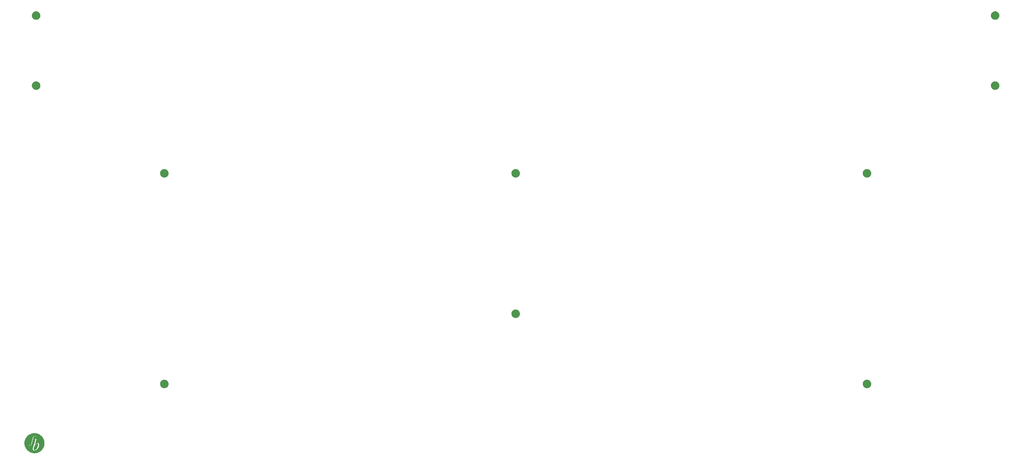
<source format=gbr>
G04 #@! TF.GenerationSoftware,KiCad,Pcbnew,(5.99.0-176-g31e38f2fd)*
G04 #@! TF.CreationDate,2019-12-28T01:19:51+01:00*
G04 #@! TF.ProjectId,5x14_ortho_keyboard_elite-c_backplate,35783134-5f6f-4727-9468-6f5f6b657962,rev?*
G04 #@! TF.SameCoordinates,Original*
G04 #@! TF.FileFunction,Soldermask,Top*
G04 #@! TF.FilePolarity,Negative*
%FSLAX46Y46*%
G04 Gerber Fmt 4.6, Leading zero omitted, Abs format (unit mm)*
G04 Created by KiCad (PCBNEW (5.99.0-176-g31e38f2fd)) date 2019-12-28 01:19:51*
%MOMM*%
%LPD*%
G04 APERTURE LIST*
%ADD10C,0.010000*%
%ADD11C,0.100000*%
G04 APERTURE END LIST*
D10*
G36*
X16065814Y-155303340D02*
G01*
X16054411Y-155198568D01*
X16047082Y-155093431D01*
X16043824Y-154988099D01*
X16044634Y-154882743D01*
X16049509Y-154777531D01*
X16058447Y-154672634D01*
X16071444Y-154568221D01*
X16088498Y-154464462D01*
X16109606Y-154361526D01*
X16134765Y-154259583D01*
X16147937Y-154212242D01*
X16179335Y-154110985D01*
X16214674Y-154011220D01*
X16253894Y-153913052D01*
X16296937Y-153816584D01*
X16343743Y-153721922D01*
X16394254Y-153629170D01*
X16448411Y-153538433D01*
X16506154Y-153449814D01*
X16567426Y-153363419D01*
X16632165Y-153279352D01*
X16700315Y-153197718D01*
X16754670Y-153137023D01*
X16766928Y-153123953D01*
X16781527Y-153108733D01*
X16797899Y-153091929D01*
X16815478Y-153074105D01*
X16833697Y-153055828D01*
X16851988Y-153037662D01*
X16869785Y-153020173D01*
X16886521Y-153003926D01*
X16901628Y-152989486D01*
X16914540Y-152977419D01*
X16917367Y-152974831D01*
X16997628Y-152904570D01*
X17080269Y-152837750D01*
X17165185Y-152774418D01*
X17252272Y-152714624D01*
X17341423Y-152658415D01*
X17432536Y-152605839D01*
X17525503Y-152556943D01*
X17620221Y-152511777D01*
X17716585Y-152470388D01*
X17814489Y-152432823D01*
X17913828Y-152399132D01*
X18014499Y-152369361D01*
X18116395Y-152343559D01*
X18219412Y-152321775D01*
X18323444Y-152304054D01*
X18409617Y-152292570D01*
X18442993Y-152288807D01*
X18474062Y-152285607D01*
X18503551Y-152282931D01*
X18532189Y-152280739D01*
X18560702Y-152278992D01*
X18589820Y-152277651D01*
X18620268Y-152276678D01*
X18652777Y-152276033D01*
X18688072Y-152275676D01*
X18726059Y-152275570D01*
X18756338Y-152275607D01*
X18783042Y-152275735D01*
X18806824Y-152275979D01*
X18828340Y-152276365D01*
X18848248Y-152276919D01*
X18867202Y-152277667D01*
X18885860Y-152278635D01*
X18904875Y-152279849D01*
X18924905Y-152281334D01*
X18946605Y-152283116D01*
X18970534Y-152285213D01*
X19075950Y-152296769D01*
X19180567Y-152312460D01*
X19284275Y-152332247D01*
X19386963Y-152356088D01*
X19488520Y-152383941D01*
X19588836Y-152415767D01*
X19687800Y-152451524D01*
X19785301Y-152491171D01*
X19881229Y-152534667D01*
X19975474Y-152581971D01*
X20067924Y-152633042D01*
X20158468Y-152687840D01*
X20246998Y-152746322D01*
X20282867Y-152771484D01*
X20367185Y-152834242D01*
X20449230Y-152900492D01*
X20528801Y-152970042D01*
X20605699Y-153042693D01*
X20679721Y-153118252D01*
X20750669Y-153196522D01*
X20818340Y-153277307D01*
X20871298Y-153345362D01*
X20933390Y-153431404D01*
X20991887Y-153519617D01*
X21046744Y-153609884D01*
X21097913Y-153702088D01*
X21145351Y-153796113D01*
X21189010Y-153891843D01*
X21228846Y-153989161D01*
X21264812Y-154087951D01*
X21296864Y-154188096D01*
X21324954Y-154289481D01*
X21349039Y-154391987D01*
X21369071Y-154495500D01*
X21385005Y-154599903D01*
X21394047Y-154676850D01*
X21402913Y-154783572D01*
X21407594Y-154890311D01*
X21408103Y-154996936D01*
X21404447Y-155103316D01*
X21396637Y-155209320D01*
X21384682Y-155314817D01*
X21368591Y-155419675D01*
X21348375Y-155523764D01*
X21325324Y-155621942D01*
X21297106Y-155724108D01*
X21264892Y-155824928D01*
X21228734Y-155924293D01*
X21188683Y-156022095D01*
X21144791Y-156118225D01*
X21097111Y-156212576D01*
X21045695Y-156305039D01*
X20990594Y-156395505D01*
X20931860Y-156483867D01*
X20872587Y-156565975D01*
X20806737Y-156650145D01*
X20737706Y-156731528D01*
X20665544Y-156810074D01*
X20590301Y-156885730D01*
X20512026Y-156958446D01*
X20430768Y-157028171D01*
X20395050Y-157057119D01*
X20311104Y-157121307D01*
X20224839Y-157182002D01*
X20136382Y-157239154D01*
X20045859Y-157292710D01*
X19953398Y-157342619D01*
X19859125Y-157388830D01*
X19763166Y-157431290D01*
X19665648Y-157469949D01*
X19566697Y-157504754D01*
X19466441Y-157535655D01*
X19365006Y-157562599D01*
X19262519Y-157585535D01*
X19159105Y-157604412D01*
X19054893Y-157619177D01*
X19000167Y-157625239D01*
X18976679Y-157627546D01*
X18955369Y-157629520D01*
X18935627Y-157631188D01*
X18916846Y-157632580D01*
X18898415Y-157633722D01*
X18879728Y-157634643D01*
X18860175Y-157635371D01*
X18839148Y-157635933D01*
X18816038Y-157636358D01*
X18790237Y-157636674D01*
X18761135Y-157636908D01*
X18744050Y-157637009D01*
X18720384Y-157637102D01*
X18697072Y-157637128D01*
X18674624Y-157637090D01*
X18653547Y-157636992D01*
X18634350Y-157636839D01*
X18617540Y-157636634D01*
X18603627Y-157636380D01*
X18593119Y-157636081D01*
X18588475Y-157635871D01*
X18521066Y-157631364D01*
X18456307Y-157625616D01*
X18392759Y-157618487D01*
X18339770Y-157611399D01*
X18235538Y-157594345D01*
X18132378Y-157573226D01*
X18030395Y-157548101D01*
X17929692Y-157519028D01*
X17830373Y-157486062D01*
X17732542Y-157449263D01*
X17636304Y-157408687D01*
X17541762Y-157364392D01*
X17449021Y-157316435D01*
X17358184Y-157264873D01*
X17269355Y-157209765D01*
X17182639Y-157151167D01*
X17098140Y-157089137D01*
X17015961Y-157023732D01*
X16936207Y-156955009D01*
X16858981Y-156883027D01*
X16784388Y-156807842D01*
X16712532Y-156729512D01*
X16685633Y-156698544D01*
X16618662Y-156617025D01*
X16555003Y-156532945D01*
X16494730Y-156446446D01*
X16437918Y-156357674D01*
X16384641Y-156266772D01*
X16334973Y-156173884D01*
X16288989Y-156079153D01*
X16246764Y-155982725D01*
X16208371Y-155884742D01*
X16173885Y-155785349D01*
X16143382Y-155684689D01*
X16124495Y-155613776D01*
X16100853Y-155511114D01*
X16097798Y-155494942D01*
X17246619Y-155494942D01*
X17246645Y-155508365D01*
X17246886Y-155518526D01*
X17247437Y-155526396D01*
X17248392Y-155532944D01*
X17249847Y-155539139D01*
X17251465Y-155544592D01*
X17261649Y-155570117D01*
X17275433Y-155593672D01*
X17292587Y-155615088D01*
X17312879Y-155634198D01*
X17336079Y-155650832D01*
X17361956Y-155664822D01*
X17390278Y-155675999D01*
X17420816Y-155684194D01*
X17448758Y-155688738D01*
X17471689Y-155690440D01*
X17497510Y-155690675D01*
X17525173Y-155689530D01*
X17553630Y-155687090D01*
X17581831Y-155683442D01*
X17608729Y-155678670D01*
X17629077Y-155673980D01*
X17661999Y-155664275D01*
X17692088Y-155652819D01*
X17720031Y-155639206D01*
X17746514Y-155623028D01*
X17772223Y-155603877D01*
X17797845Y-155581347D01*
X17817030Y-155562385D01*
X17840497Y-155536608D01*
X17863200Y-155508399D01*
X17885216Y-155477597D01*
X17906625Y-155444041D01*
X17927506Y-155407570D01*
X17947936Y-155368023D01*
X17967994Y-155325239D01*
X17987760Y-155279057D01*
X18007310Y-155229315D01*
X18026725Y-155175853D01*
X18046082Y-155118510D01*
X18065460Y-155057123D01*
X18068841Y-155046015D01*
X18072210Y-155034841D01*
X18075494Y-155023847D01*
X18078736Y-155012858D01*
X18081982Y-155001700D01*
X18085278Y-154990199D01*
X18088667Y-154978181D01*
X18092194Y-154965472D01*
X18095905Y-154951897D01*
X18099845Y-154937282D01*
X18104059Y-154921453D01*
X18108590Y-154904235D01*
X18113485Y-154885455D01*
X18118789Y-154864937D01*
X18124546Y-154842509D01*
X18130800Y-154817995D01*
X18137598Y-154791222D01*
X18144984Y-154762015D01*
X18153003Y-154730200D01*
X18161700Y-154695602D01*
X18171120Y-154658048D01*
X18181307Y-154617364D01*
X18192307Y-154573374D01*
X18204165Y-154525905D01*
X18216926Y-154474782D01*
X18230634Y-154419832D01*
X18239514Y-154384221D01*
X18363414Y-153887334D01*
X18502403Y-153887343D01*
X18527456Y-153887379D01*
X18552162Y-153887479D01*
X18576045Y-153887637D01*
X18598627Y-153887848D01*
X18619432Y-153888104D01*
X18637981Y-153888401D01*
X18653800Y-153888731D01*
X18666410Y-153889090D01*
X18675334Y-153889471D01*
X18676317Y-153889529D01*
X18715768Y-153892851D01*
X18751343Y-153897673D01*
X18783133Y-153904024D01*
X18811231Y-153911934D01*
X18835730Y-153921431D01*
X18856722Y-153932546D01*
X18874299Y-153945306D01*
X18884401Y-153954994D01*
X18894157Y-153966868D01*
X18901570Y-153979172D01*
X18906714Y-153992410D01*
X18909663Y-154007092D01*
X18910492Y-154023723D01*
X18909275Y-154042812D01*
X18906087Y-154064865D01*
X18902914Y-154081408D01*
X18901345Y-154088791D01*
X18899566Y-154096723D01*
X18897541Y-154105321D01*
X18895234Y-154114707D01*
X18892609Y-154124999D01*
X18889630Y-154136317D01*
X18886261Y-154148781D01*
X18882466Y-154162511D01*
X18878209Y-154177625D01*
X18873454Y-154194244D01*
X18868164Y-154212487D01*
X18862305Y-154232474D01*
X18855839Y-154254325D01*
X18848731Y-154278158D01*
X18840944Y-154304094D01*
X18832443Y-154332252D01*
X18823192Y-154362752D01*
X18813155Y-154395714D01*
X18802295Y-154431256D01*
X18790577Y-154469499D01*
X18777964Y-154510562D01*
X18764420Y-154554566D01*
X18749910Y-154601628D01*
X18734398Y-154651870D01*
X18717847Y-154705411D01*
X18700221Y-154762369D01*
X18681484Y-154822866D01*
X18661601Y-154887020D01*
X18640535Y-154954951D01*
X18618251Y-155026779D01*
X18613535Y-155041975D01*
X18596073Y-155098241D01*
X18578858Y-155153714D01*
X18561937Y-155208243D01*
X18545355Y-155261678D01*
X18529159Y-155313867D01*
X18513397Y-155364661D01*
X18498115Y-155413908D01*
X18483360Y-155461459D01*
X18469178Y-155507162D01*
X18455617Y-155550866D01*
X18442722Y-155592422D01*
X18430541Y-155631679D01*
X18419121Y-155668486D01*
X18408508Y-155702693D01*
X18398748Y-155734148D01*
X18389890Y-155762701D01*
X18381978Y-155788203D01*
X18375061Y-155810501D01*
X18369184Y-155829446D01*
X18364395Y-155844886D01*
X18360741Y-155856672D01*
X18358267Y-155864653D01*
X18357393Y-155867475D01*
X18336640Y-155935796D01*
X18317363Y-156001878D01*
X18299604Y-156065544D01*
X18283406Y-156126617D01*
X18268813Y-156184921D01*
X18255867Y-156240279D01*
X18244611Y-156292514D01*
X18235089Y-156341450D01*
X18227343Y-156386909D01*
X18222133Y-156423100D01*
X18220246Y-156441022D01*
X18218823Y-156461579D01*
X18217879Y-156483715D01*
X18217431Y-156506375D01*
X18217492Y-156528504D01*
X18218079Y-156549045D01*
X18219207Y-156566943D01*
X18219932Y-156574165D01*
X18227152Y-156619566D01*
X18238012Y-156662810D01*
X18252501Y-156703877D01*
X18270606Y-156742749D01*
X18292316Y-156779405D01*
X18317619Y-156813826D01*
X18346503Y-156845994D01*
X18378956Y-156875888D01*
X18414967Y-156903488D01*
X18423375Y-156909257D01*
X18459130Y-156930794D01*
X18497516Y-156949143D01*
X18538334Y-156964260D01*
X18581381Y-156976103D01*
X18626456Y-156984630D01*
X18673359Y-156989797D01*
X18721888Y-156991561D01*
X18771841Y-156989880D01*
X18793792Y-156988080D01*
X18845984Y-156981107D01*
X18899240Y-156970195D01*
X18953329Y-156955432D01*
X19008018Y-156936908D01*
X19063073Y-156914714D01*
X19118263Y-156888937D01*
X19173355Y-156859670D01*
X19228117Y-156827000D01*
X19252688Y-156811148D01*
X19307227Y-156773078D01*
X19361631Y-156731083D01*
X19415603Y-156685468D01*
X19468850Y-156636538D01*
X19521075Y-156584600D01*
X19571985Y-156529957D01*
X19621284Y-156472916D01*
X19668677Y-156413782D01*
X19713870Y-156352860D01*
X19756568Y-156290455D01*
X19758462Y-156287562D01*
X19802515Y-156216906D01*
X19843217Y-156144991D01*
X19880473Y-156072059D01*
X19914188Y-155998352D01*
X19944267Y-155924113D01*
X19970615Y-155849584D01*
X19993137Y-155775007D01*
X20011737Y-155700624D01*
X20026320Y-155626678D01*
X20031888Y-155591250D01*
X20038306Y-155538884D01*
X20042505Y-155486777D01*
X20044481Y-155435522D01*
X20044234Y-155385714D01*
X20041760Y-155337947D01*
X20037059Y-155292813D01*
X20033005Y-155266304D01*
X20023165Y-155219862D01*
X20010201Y-155175572D01*
X19994217Y-155133604D01*
X19975322Y-155094125D01*
X19953620Y-155057305D01*
X19929218Y-155023310D01*
X19902223Y-154992311D01*
X19872741Y-154964475D01*
X19840879Y-154939971D01*
X19817658Y-154925151D01*
X19781073Y-154906023D01*
X19741966Y-154890226D01*
X19700297Y-154877746D01*
X19656023Y-154868571D01*
X19624450Y-154864218D01*
X19608898Y-154862876D01*
X19590278Y-154861904D01*
X19569739Y-154861308D01*
X19548432Y-154861100D01*
X19527507Y-154861286D01*
X19508113Y-154861877D01*
X19491401Y-154862881D01*
X19488058Y-154863171D01*
X19434462Y-154870267D01*
X19381757Y-154881442D01*
X19330094Y-154896610D01*
X19279623Y-154915681D01*
X19230496Y-154938569D01*
X19182862Y-154965184D01*
X19136873Y-154995439D01*
X19092679Y-155029246D01*
X19050430Y-155066517D01*
X19010278Y-155107163D01*
X18972373Y-155151097D01*
X18953215Y-155175726D01*
X18945367Y-155186397D01*
X18937198Y-155197857D01*
X18929684Y-155208717D01*
X18923886Y-155217457D01*
X18918917Y-155225024D01*
X18914733Y-155231046D01*
X18911878Y-155234759D01*
X18910972Y-155235576D01*
X18908507Y-155234431D01*
X18905079Y-155231946D01*
X18900539Y-155228242D01*
X19146489Y-154482638D01*
X19164469Y-154428123D01*
X19182101Y-154374636D01*
X19199342Y-154322317D01*
X19216145Y-154271306D01*
X19232463Y-154221742D01*
X19248252Y-154173766D01*
X19263465Y-154127519D01*
X19278056Y-154083138D01*
X19291980Y-154040766D01*
X19305189Y-154000541D01*
X19317640Y-153962604D01*
X19329285Y-153927094D01*
X19340079Y-153894152D01*
X19349976Y-153863918D01*
X19358929Y-153836531D01*
X19366894Y-153812131D01*
X19373823Y-153790859D01*
X19379672Y-153772855D01*
X19384394Y-153758257D01*
X19387943Y-153747207D01*
X19390274Y-153739845D01*
X19391340Y-153736309D01*
X19391404Y-153735999D01*
X19389214Y-153735985D01*
X19383012Y-153736163D01*
X19373017Y-153736524D01*
X19359447Y-153737057D01*
X19342519Y-153737754D01*
X19322451Y-153738604D01*
X19299461Y-153739598D01*
X19273765Y-153740726D01*
X19245583Y-153741979D01*
X19215132Y-153743348D01*
X19182629Y-153744822D01*
X19148291Y-153746393D01*
X19112338Y-153748050D01*
X19074986Y-153749784D01*
X19036453Y-153751586D01*
X19030150Y-153751881D01*
X18669931Y-153768800D01*
X18531307Y-153768800D01*
X18503303Y-153768790D01*
X18479245Y-153768755D01*
X18458847Y-153768690D01*
X18441823Y-153768588D01*
X18427886Y-153768442D01*
X18416749Y-153768247D01*
X18408126Y-153767996D01*
X18401730Y-153767682D01*
X18397275Y-153767300D01*
X18394474Y-153766844D01*
X18393041Y-153766306D01*
X18392684Y-153765757D01*
X18393161Y-153762368D01*
X18394512Y-153755392D01*
X18396617Y-153745358D01*
X18399354Y-153732793D01*
X18402604Y-153718227D01*
X18406245Y-153702186D01*
X18410157Y-153685199D01*
X18414220Y-153667794D01*
X18418313Y-153650500D01*
X18422314Y-153633844D01*
X18426105Y-153618355D01*
X18428848Y-153607381D01*
X18445668Y-153543549D01*
X18462989Y-153483102D01*
X18480776Y-153426117D01*
X18498996Y-153372671D01*
X18517616Y-153322840D01*
X18536603Y-153276700D01*
X18555924Y-153234329D01*
X18575545Y-153195803D01*
X18595433Y-153161199D01*
X18615555Y-153130593D01*
X18635877Y-153104063D01*
X18656367Y-153081683D01*
X18657182Y-153080884D01*
X18676650Y-153063888D01*
X18696098Y-153051057D01*
X18715696Y-153042326D01*
X18735611Y-153037633D01*
X18756011Y-153036911D01*
X18768597Y-153038365D01*
X18782964Y-153041741D01*
X18795594Y-153046880D01*
X18806715Y-153054096D01*
X18816550Y-153063698D01*
X18825328Y-153076001D01*
X18833272Y-153091315D01*
X18840610Y-153109954D01*
X18847567Y-153132228D01*
X18853783Y-153156025D01*
X18860453Y-153180488D01*
X18867742Y-153201234D01*
X18875901Y-153218762D01*
X18885178Y-153233571D01*
X18895822Y-153246162D01*
X18901457Y-153251534D01*
X18918528Y-153264145D01*
X18937244Y-153272913D01*
X18951116Y-153276783D01*
X18962170Y-153278436D01*
X18975638Y-153279423D01*
X18990032Y-153279726D01*
X19003862Y-153279330D01*
X19015642Y-153278217D01*
X19019642Y-153277528D01*
X19039117Y-153271414D01*
X19056775Y-153261686D01*
X19072393Y-153248652D01*
X19085745Y-153232620D01*
X19096607Y-153213900D01*
X19104753Y-153192799D01*
X19109959Y-153169626D01*
X19111799Y-153151066D01*
X19111532Y-153124784D01*
X19107947Y-153100682D01*
X19100856Y-153078287D01*
X19090072Y-153057124D01*
X19075405Y-153036720D01*
X19059589Y-153019462D01*
X19034443Y-152997412D01*
X19006164Y-152978082D01*
X18974906Y-152961524D01*
X18940824Y-152947791D01*
X18904072Y-152936935D01*
X18864804Y-152929010D01*
X18823175Y-152924067D01*
X18779338Y-152922159D01*
X18773955Y-152922136D01*
X18738025Y-152923338D01*
X18704676Y-152927086D01*
X18672962Y-152933586D01*
X18641935Y-152943043D01*
X18610650Y-152955663D01*
X18602701Y-152959325D01*
X18569142Y-152977410D01*
X18536370Y-152999641D01*
X18504394Y-153026003D01*
X18473223Y-153056482D01*
X18442865Y-153091061D01*
X18413327Y-153129727D01*
X18384620Y-153172465D01*
X18356751Y-153219258D01*
X18329729Y-153270094D01*
X18303562Y-153324955D01*
X18278258Y-153383829D01*
X18253827Y-153446699D01*
X18230276Y-153513550D01*
X18207614Y-153584369D01*
X18185849Y-153659139D01*
X18167215Y-153729095D01*
X18157079Y-153768766D01*
X18036407Y-153769312D01*
X17915734Y-153769859D01*
X17899227Y-153828067D01*
X17894988Y-153843022D01*
X17891147Y-153856591D01*
X17887849Y-153868259D01*
X17885240Y-153877509D01*
X17883465Y-153883824D01*
X17882671Y-153886690D01*
X17882643Y-153886804D01*
X17884683Y-153886901D01*
X17890583Y-153886992D01*
X17899970Y-153887076D01*
X17912470Y-153887151D01*
X17927709Y-153887215D01*
X17945315Y-153887267D01*
X17964914Y-153887305D01*
X17986132Y-153887328D01*
X18004275Y-153887334D01*
X18026536Y-153887347D01*
X18047482Y-153887386D01*
X18066739Y-153887447D01*
X18083935Y-153887529D01*
X18098696Y-153887629D01*
X18110647Y-153887745D01*
X18119415Y-153887873D01*
X18124626Y-153888013D01*
X18125983Y-153888131D01*
X18125459Y-153890513D01*
X18123916Y-153896815D01*
X18121401Y-153906859D01*
X18117959Y-153920469D01*
X18113637Y-153937466D01*
X18108480Y-153957673D01*
X18102535Y-153980913D01*
X18095846Y-154007009D01*
X18088460Y-154035783D01*
X18080424Y-154067057D01*
X18071782Y-154100654D01*
X18062581Y-154136398D01*
X18052867Y-154174109D01*
X18042685Y-154213612D01*
X18032081Y-154254728D01*
X18021102Y-154297280D01*
X18009793Y-154341090D01*
X17998201Y-154385982D01*
X17986370Y-154431778D01*
X17974348Y-154478300D01*
X17962179Y-154525371D01*
X17949910Y-154572814D01*
X17937587Y-154620451D01*
X17925255Y-154668104D01*
X17912961Y-154715597D01*
X17900750Y-154762752D01*
X17888669Y-154809391D01*
X17876763Y-154855337D01*
X17865078Y-154900413D01*
X17853660Y-154944441D01*
X17842555Y-154987244D01*
X17831808Y-155028644D01*
X17821467Y-155068464D01*
X17811576Y-155106526D01*
X17802182Y-155142654D01*
X17793330Y-155176669D01*
X17785066Y-155208395D01*
X17777437Y-155237653D01*
X17770488Y-155264267D01*
X17764265Y-155288059D01*
X17758813Y-155308851D01*
X17754180Y-155326466D01*
X17750411Y-155340728D01*
X17747551Y-155351457D01*
X17745647Y-155358477D01*
X17744751Y-155361592D01*
X17733249Y-155392071D01*
X17720091Y-155420409D01*
X17705496Y-155446323D01*
X17689687Y-155469532D01*
X17672883Y-155489754D01*
X17655306Y-155506707D01*
X17637177Y-155520108D01*
X17618715Y-155529676D01*
X17610946Y-155532474D01*
X17596434Y-155535657D01*
X17579979Y-155537079D01*
X17563302Y-155536717D01*
X17548121Y-155534548D01*
X17543512Y-155533368D01*
X17534071Y-155529788D01*
X17525462Y-155524646D01*
X17517373Y-155517547D01*
X17509493Y-155508100D01*
X17501510Y-155495910D01*
X17493115Y-155480585D01*
X17483994Y-155461732D01*
X17480218Y-155453436D01*
X17470219Y-155432280D01*
X17460516Y-155413931D01*
X17451324Y-155398759D01*
X17442862Y-155387137D01*
X17439125Y-155382932D01*
X17428072Y-155373753D01*
X17414930Y-155367104D01*
X17399289Y-155362870D01*
X17380739Y-155360936D01*
X17361255Y-155361066D01*
X17337733Y-155363845D01*
X17316893Y-155369880D01*
X17298659Y-155379230D01*
X17282956Y-155391950D01*
X17269707Y-155408101D01*
X17258839Y-155427738D01*
X17252420Y-155444142D01*
X17250235Y-155450979D01*
X17248686Y-155457020D01*
X17247663Y-155463243D01*
X17247053Y-155470624D01*
X17246745Y-155480141D01*
X17246627Y-155492770D01*
X17246619Y-155494942D01*
X16097798Y-155494942D01*
X16081294Y-155407579D01*
X16065814Y-155303340D01*
X16065814Y-155303340D01*
G37*
X16065814Y-155303340D02*
X16054411Y-155198568D01*
X16047082Y-155093431D01*
X16043824Y-154988099D01*
X16044634Y-154882743D01*
X16049509Y-154777531D01*
X16058447Y-154672634D01*
X16071444Y-154568221D01*
X16088498Y-154464462D01*
X16109606Y-154361526D01*
X16134765Y-154259583D01*
X16147937Y-154212242D01*
X16179335Y-154110985D01*
X16214674Y-154011220D01*
X16253894Y-153913052D01*
X16296937Y-153816584D01*
X16343743Y-153721922D01*
X16394254Y-153629170D01*
X16448411Y-153538433D01*
X16506154Y-153449814D01*
X16567426Y-153363419D01*
X16632165Y-153279352D01*
X16700315Y-153197718D01*
X16754670Y-153137023D01*
X16766928Y-153123953D01*
X16781527Y-153108733D01*
X16797899Y-153091929D01*
X16815478Y-153074105D01*
X16833697Y-153055828D01*
X16851988Y-153037662D01*
X16869785Y-153020173D01*
X16886521Y-153003926D01*
X16901628Y-152989486D01*
X16914540Y-152977419D01*
X16917367Y-152974831D01*
X16997628Y-152904570D01*
X17080269Y-152837750D01*
X17165185Y-152774418D01*
X17252272Y-152714624D01*
X17341423Y-152658415D01*
X17432536Y-152605839D01*
X17525503Y-152556943D01*
X17620221Y-152511777D01*
X17716585Y-152470388D01*
X17814489Y-152432823D01*
X17913828Y-152399132D01*
X18014499Y-152369361D01*
X18116395Y-152343559D01*
X18219412Y-152321775D01*
X18323444Y-152304054D01*
X18409617Y-152292570D01*
X18442993Y-152288807D01*
X18474062Y-152285607D01*
X18503551Y-152282931D01*
X18532189Y-152280739D01*
X18560702Y-152278992D01*
X18589820Y-152277651D01*
X18620268Y-152276678D01*
X18652777Y-152276033D01*
X18688072Y-152275676D01*
X18726059Y-152275570D01*
X18756338Y-152275607D01*
X18783042Y-152275735D01*
X18806824Y-152275979D01*
X18828340Y-152276365D01*
X18848248Y-152276919D01*
X18867202Y-152277667D01*
X18885860Y-152278635D01*
X18904875Y-152279849D01*
X18924905Y-152281334D01*
X18946605Y-152283116D01*
X18970534Y-152285213D01*
X19075950Y-152296769D01*
X19180567Y-152312460D01*
X19284275Y-152332247D01*
X19386963Y-152356088D01*
X19488520Y-152383941D01*
X19588836Y-152415767D01*
X19687800Y-152451524D01*
X19785301Y-152491171D01*
X19881229Y-152534667D01*
X19975474Y-152581971D01*
X20067924Y-152633042D01*
X20158468Y-152687840D01*
X20246998Y-152746322D01*
X20282867Y-152771484D01*
X20367185Y-152834242D01*
X20449230Y-152900492D01*
X20528801Y-152970042D01*
X20605699Y-153042693D01*
X20679721Y-153118252D01*
X20750669Y-153196522D01*
X20818340Y-153277307D01*
X20871298Y-153345362D01*
X20933390Y-153431404D01*
X20991887Y-153519617D01*
X21046744Y-153609884D01*
X21097913Y-153702088D01*
X21145351Y-153796113D01*
X21189010Y-153891843D01*
X21228846Y-153989161D01*
X21264812Y-154087951D01*
X21296864Y-154188096D01*
X21324954Y-154289481D01*
X21349039Y-154391987D01*
X21369071Y-154495500D01*
X21385005Y-154599903D01*
X21394047Y-154676850D01*
X21402913Y-154783572D01*
X21407594Y-154890311D01*
X21408103Y-154996936D01*
X21404447Y-155103316D01*
X21396637Y-155209320D01*
X21384682Y-155314817D01*
X21368591Y-155419675D01*
X21348375Y-155523764D01*
X21325324Y-155621942D01*
X21297106Y-155724108D01*
X21264892Y-155824928D01*
X21228734Y-155924293D01*
X21188683Y-156022095D01*
X21144791Y-156118225D01*
X21097111Y-156212576D01*
X21045695Y-156305039D01*
X20990594Y-156395505D01*
X20931860Y-156483867D01*
X20872587Y-156565975D01*
X20806737Y-156650145D01*
X20737706Y-156731528D01*
X20665544Y-156810074D01*
X20590301Y-156885730D01*
X20512026Y-156958446D01*
X20430768Y-157028171D01*
X20395050Y-157057119D01*
X20311104Y-157121307D01*
X20224839Y-157182002D01*
X20136382Y-157239154D01*
X20045859Y-157292710D01*
X19953398Y-157342619D01*
X19859125Y-157388830D01*
X19763166Y-157431290D01*
X19665648Y-157469949D01*
X19566697Y-157504754D01*
X19466441Y-157535655D01*
X19365006Y-157562599D01*
X19262519Y-157585535D01*
X19159105Y-157604412D01*
X19054893Y-157619177D01*
X19000167Y-157625239D01*
X18976679Y-157627546D01*
X18955369Y-157629520D01*
X18935627Y-157631188D01*
X18916846Y-157632580D01*
X18898415Y-157633722D01*
X18879728Y-157634643D01*
X18860175Y-157635371D01*
X18839148Y-157635933D01*
X18816038Y-157636358D01*
X18790237Y-157636674D01*
X18761135Y-157636908D01*
X18744050Y-157637009D01*
X18720384Y-157637102D01*
X18697072Y-157637128D01*
X18674624Y-157637090D01*
X18653547Y-157636992D01*
X18634350Y-157636839D01*
X18617540Y-157636634D01*
X18603627Y-157636380D01*
X18593119Y-157636081D01*
X18588475Y-157635871D01*
X18521066Y-157631364D01*
X18456307Y-157625616D01*
X18392759Y-157618487D01*
X18339770Y-157611399D01*
X18235538Y-157594345D01*
X18132378Y-157573226D01*
X18030395Y-157548101D01*
X17929692Y-157519028D01*
X17830373Y-157486062D01*
X17732542Y-157449263D01*
X17636304Y-157408687D01*
X17541762Y-157364392D01*
X17449021Y-157316435D01*
X17358184Y-157264873D01*
X17269355Y-157209765D01*
X17182639Y-157151167D01*
X17098140Y-157089137D01*
X17015961Y-157023732D01*
X16936207Y-156955009D01*
X16858981Y-156883027D01*
X16784388Y-156807842D01*
X16712532Y-156729512D01*
X16685633Y-156698544D01*
X16618662Y-156617025D01*
X16555003Y-156532945D01*
X16494730Y-156446446D01*
X16437918Y-156357674D01*
X16384641Y-156266772D01*
X16334973Y-156173884D01*
X16288989Y-156079153D01*
X16246764Y-155982725D01*
X16208371Y-155884742D01*
X16173885Y-155785349D01*
X16143382Y-155684689D01*
X16124495Y-155613776D01*
X16100853Y-155511114D01*
X16097798Y-155494942D01*
X17246619Y-155494942D01*
X17246645Y-155508365D01*
X17246886Y-155518526D01*
X17247437Y-155526396D01*
X17248392Y-155532944D01*
X17249847Y-155539139D01*
X17251465Y-155544592D01*
X17261649Y-155570117D01*
X17275433Y-155593672D01*
X17292587Y-155615088D01*
X17312879Y-155634198D01*
X17336079Y-155650832D01*
X17361956Y-155664822D01*
X17390278Y-155675999D01*
X17420816Y-155684194D01*
X17448758Y-155688738D01*
X17471689Y-155690440D01*
X17497510Y-155690675D01*
X17525173Y-155689530D01*
X17553630Y-155687090D01*
X17581831Y-155683442D01*
X17608729Y-155678670D01*
X17629077Y-155673980D01*
X17661999Y-155664275D01*
X17692088Y-155652819D01*
X17720031Y-155639206D01*
X17746514Y-155623028D01*
X17772223Y-155603877D01*
X17797845Y-155581347D01*
X17817030Y-155562385D01*
X17840497Y-155536608D01*
X17863200Y-155508399D01*
X17885216Y-155477597D01*
X17906625Y-155444041D01*
X17927506Y-155407570D01*
X17947936Y-155368023D01*
X17967994Y-155325239D01*
X17987760Y-155279057D01*
X18007310Y-155229315D01*
X18026725Y-155175853D01*
X18046082Y-155118510D01*
X18065460Y-155057123D01*
X18068841Y-155046015D01*
X18072210Y-155034841D01*
X18075494Y-155023847D01*
X18078736Y-155012858D01*
X18081982Y-155001700D01*
X18085278Y-154990199D01*
X18088667Y-154978181D01*
X18092194Y-154965472D01*
X18095905Y-154951897D01*
X18099845Y-154937282D01*
X18104059Y-154921453D01*
X18108590Y-154904235D01*
X18113485Y-154885455D01*
X18118789Y-154864937D01*
X18124546Y-154842509D01*
X18130800Y-154817995D01*
X18137598Y-154791222D01*
X18144984Y-154762015D01*
X18153003Y-154730200D01*
X18161700Y-154695602D01*
X18171120Y-154658048D01*
X18181307Y-154617364D01*
X18192307Y-154573374D01*
X18204165Y-154525905D01*
X18216926Y-154474782D01*
X18230634Y-154419832D01*
X18239514Y-154384221D01*
X18363414Y-153887334D01*
X18502403Y-153887343D01*
X18527456Y-153887379D01*
X18552162Y-153887479D01*
X18576045Y-153887637D01*
X18598627Y-153887848D01*
X18619432Y-153888104D01*
X18637981Y-153888401D01*
X18653800Y-153888731D01*
X18666410Y-153889090D01*
X18675334Y-153889471D01*
X18676317Y-153889529D01*
X18715768Y-153892851D01*
X18751343Y-153897673D01*
X18783133Y-153904024D01*
X18811231Y-153911934D01*
X18835730Y-153921431D01*
X18856722Y-153932546D01*
X18874299Y-153945306D01*
X18884401Y-153954994D01*
X18894157Y-153966868D01*
X18901570Y-153979172D01*
X18906714Y-153992410D01*
X18909663Y-154007092D01*
X18910492Y-154023723D01*
X18909275Y-154042812D01*
X18906087Y-154064865D01*
X18902914Y-154081408D01*
X18901345Y-154088791D01*
X18899566Y-154096723D01*
X18897541Y-154105321D01*
X18895234Y-154114707D01*
X18892609Y-154124999D01*
X18889630Y-154136317D01*
X18886261Y-154148781D01*
X18882466Y-154162511D01*
X18878209Y-154177625D01*
X18873454Y-154194244D01*
X18868164Y-154212487D01*
X18862305Y-154232474D01*
X18855839Y-154254325D01*
X18848731Y-154278158D01*
X18840944Y-154304094D01*
X18832443Y-154332252D01*
X18823192Y-154362752D01*
X18813155Y-154395714D01*
X18802295Y-154431256D01*
X18790577Y-154469499D01*
X18777964Y-154510562D01*
X18764420Y-154554566D01*
X18749910Y-154601628D01*
X18734398Y-154651870D01*
X18717847Y-154705411D01*
X18700221Y-154762369D01*
X18681484Y-154822866D01*
X18661601Y-154887020D01*
X18640535Y-154954951D01*
X18618251Y-155026779D01*
X18613535Y-155041975D01*
X18596073Y-155098241D01*
X18578858Y-155153714D01*
X18561937Y-155208243D01*
X18545355Y-155261678D01*
X18529159Y-155313867D01*
X18513397Y-155364661D01*
X18498115Y-155413908D01*
X18483360Y-155461459D01*
X18469178Y-155507162D01*
X18455617Y-155550866D01*
X18442722Y-155592422D01*
X18430541Y-155631679D01*
X18419121Y-155668486D01*
X18408508Y-155702693D01*
X18398748Y-155734148D01*
X18389890Y-155762701D01*
X18381978Y-155788203D01*
X18375061Y-155810501D01*
X18369184Y-155829446D01*
X18364395Y-155844886D01*
X18360741Y-155856672D01*
X18358267Y-155864653D01*
X18357393Y-155867475D01*
X18336640Y-155935796D01*
X18317363Y-156001878D01*
X18299604Y-156065544D01*
X18283406Y-156126617D01*
X18268813Y-156184921D01*
X18255867Y-156240279D01*
X18244611Y-156292514D01*
X18235089Y-156341450D01*
X18227343Y-156386909D01*
X18222133Y-156423100D01*
X18220246Y-156441022D01*
X18218823Y-156461579D01*
X18217879Y-156483715D01*
X18217431Y-156506375D01*
X18217492Y-156528504D01*
X18218079Y-156549045D01*
X18219207Y-156566943D01*
X18219932Y-156574165D01*
X18227152Y-156619566D01*
X18238012Y-156662810D01*
X18252501Y-156703877D01*
X18270606Y-156742749D01*
X18292316Y-156779405D01*
X18317619Y-156813826D01*
X18346503Y-156845994D01*
X18378956Y-156875888D01*
X18414967Y-156903488D01*
X18423375Y-156909257D01*
X18459130Y-156930794D01*
X18497516Y-156949143D01*
X18538334Y-156964260D01*
X18581381Y-156976103D01*
X18626456Y-156984630D01*
X18673359Y-156989797D01*
X18721888Y-156991561D01*
X18771841Y-156989880D01*
X18793792Y-156988080D01*
X18845984Y-156981107D01*
X18899240Y-156970195D01*
X18953329Y-156955432D01*
X19008018Y-156936908D01*
X19063073Y-156914714D01*
X19118263Y-156888937D01*
X19173355Y-156859670D01*
X19228117Y-156827000D01*
X19252688Y-156811148D01*
X19307227Y-156773078D01*
X19361631Y-156731083D01*
X19415603Y-156685468D01*
X19468850Y-156636538D01*
X19521075Y-156584600D01*
X19571985Y-156529957D01*
X19621284Y-156472916D01*
X19668677Y-156413782D01*
X19713870Y-156352860D01*
X19756568Y-156290455D01*
X19758462Y-156287562D01*
X19802515Y-156216906D01*
X19843217Y-156144991D01*
X19880473Y-156072059D01*
X19914188Y-155998352D01*
X19944267Y-155924113D01*
X19970615Y-155849584D01*
X19993137Y-155775007D01*
X20011737Y-155700624D01*
X20026320Y-155626678D01*
X20031888Y-155591250D01*
X20038306Y-155538884D01*
X20042505Y-155486777D01*
X20044481Y-155435522D01*
X20044234Y-155385714D01*
X20041760Y-155337947D01*
X20037059Y-155292813D01*
X20033005Y-155266304D01*
X20023165Y-155219862D01*
X20010201Y-155175572D01*
X19994217Y-155133604D01*
X19975322Y-155094125D01*
X19953620Y-155057305D01*
X19929218Y-155023310D01*
X19902223Y-154992311D01*
X19872741Y-154964475D01*
X19840879Y-154939971D01*
X19817658Y-154925151D01*
X19781073Y-154906023D01*
X19741966Y-154890226D01*
X19700297Y-154877746D01*
X19656023Y-154868571D01*
X19624450Y-154864218D01*
X19608898Y-154862876D01*
X19590278Y-154861904D01*
X19569739Y-154861308D01*
X19548432Y-154861100D01*
X19527507Y-154861286D01*
X19508113Y-154861877D01*
X19491401Y-154862881D01*
X19488058Y-154863171D01*
X19434462Y-154870267D01*
X19381757Y-154881442D01*
X19330094Y-154896610D01*
X19279623Y-154915681D01*
X19230496Y-154938569D01*
X19182862Y-154965184D01*
X19136873Y-154995439D01*
X19092679Y-155029246D01*
X19050430Y-155066517D01*
X19010278Y-155107163D01*
X18972373Y-155151097D01*
X18953215Y-155175726D01*
X18945367Y-155186397D01*
X18937198Y-155197857D01*
X18929684Y-155208717D01*
X18923886Y-155217457D01*
X18918917Y-155225024D01*
X18914733Y-155231046D01*
X18911878Y-155234759D01*
X18910972Y-155235576D01*
X18908507Y-155234431D01*
X18905079Y-155231946D01*
X18900539Y-155228242D01*
X19146489Y-154482638D01*
X19164469Y-154428123D01*
X19182101Y-154374636D01*
X19199342Y-154322317D01*
X19216145Y-154271306D01*
X19232463Y-154221742D01*
X19248252Y-154173766D01*
X19263465Y-154127519D01*
X19278056Y-154083138D01*
X19291980Y-154040766D01*
X19305189Y-154000541D01*
X19317640Y-153962604D01*
X19329285Y-153927094D01*
X19340079Y-153894152D01*
X19349976Y-153863918D01*
X19358929Y-153836531D01*
X19366894Y-153812131D01*
X19373823Y-153790859D01*
X19379672Y-153772855D01*
X19384394Y-153758257D01*
X19387943Y-153747207D01*
X19390274Y-153739845D01*
X19391340Y-153736309D01*
X19391404Y-153735999D01*
X19389214Y-153735985D01*
X19383012Y-153736163D01*
X19373017Y-153736524D01*
X19359447Y-153737057D01*
X19342519Y-153737754D01*
X19322451Y-153738604D01*
X19299461Y-153739598D01*
X19273765Y-153740726D01*
X19245583Y-153741979D01*
X19215132Y-153743348D01*
X19182629Y-153744822D01*
X19148291Y-153746393D01*
X19112338Y-153748050D01*
X19074986Y-153749784D01*
X19036453Y-153751586D01*
X19030150Y-153751881D01*
X18669931Y-153768800D01*
X18531307Y-153768800D01*
X18503303Y-153768790D01*
X18479245Y-153768755D01*
X18458847Y-153768690D01*
X18441823Y-153768588D01*
X18427886Y-153768442D01*
X18416749Y-153768247D01*
X18408126Y-153767996D01*
X18401730Y-153767682D01*
X18397275Y-153767300D01*
X18394474Y-153766844D01*
X18393041Y-153766306D01*
X18392684Y-153765757D01*
X18393161Y-153762368D01*
X18394512Y-153755392D01*
X18396617Y-153745358D01*
X18399354Y-153732793D01*
X18402604Y-153718227D01*
X18406245Y-153702186D01*
X18410157Y-153685199D01*
X18414220Y-153667794D01*
X18418313Y-153650500D01*
X18422314Y-153633844D01*
X18426105Y-153618355D01*
X18428848Y-153607381D01*
X18445668Y-153543549D01*
X18462989Y-153483102D01*
X18480776Y-153426117D01*
X18498996Y-153372671D01*
X18517616Y-153322840D01*
X18536603Y-153276700D01*
X18555924Y-153234329D01*
X18575545Y-153195803D01*
X18595433Y-153161199D01*
X18615555Y-153130593D01*
X18635877Y-153104063D01*
X18656367Y-153081683D01*
X18657182Y-153080884D01*
X18676650Y-153063888D01*
X18696098Y-153051057D01*
X18715696Y-153042326D01*
X18735611Y-153037633D01*
X18756011Y-153036911D01*
X18768597Y-153038365D01*
X18782964Y-153041741D01*
X18795594Y-153046880D01*
X18806715Y-153054096D01*
X18816550Y-153063698D01*
X18825328Y-153076001D01*
X18833272Y-153091315D01*
X18840610Y-153109954D01*
X18847567Y-153132228D01*
X18853783Y-153156025D01*
X18860453Y-153180488D01*
X18867742Y-153201234D01*
X18875901Y-153218762D01*
X18885178Y-153233571D01*
X18895822Y-153246162D01*
X18901457Y-153251534D01*
X18918528Y-153264145D01*
X18937244Y-153272913D01*
X18951116Y-153276783D01*
X18962170Y-153278436D01*
X18975638Y-153279423D01*
X18990032Y-153279726D01*
X19003862Y-153279330D01*
X19015642Y-153278217D01*
X19019642Y-153277528D01*
X19039117Y-153271414D01*
X19056775Y-153261686D01*
X19072393Y-153248652D01*
X19085745Y-153232620D01*
X19096607Y-153213900D01*
X19104753Y-153192799D01*
X19109959Y-153169626D01*
X19111799Y-153151066D01*
X19111532Y-153124784D01*
X19107947Y-153100682D01*
X19100856Y-153078287D01*
X19090072Y-153057124D01*
X19075405Y-153036720D01*
X19059589Y-153019462D01*
X19034443Y-152997412D01*
X19006164Y-152978082D01*
X18974906Y-152961524D01*
X18940824Y-152947791D01*
X18904072Y-152936935D01*
X18864804Y-152929010D01*
X18823175Y-152924067D01*
X18779338Y-152922159D01*
X18773955Y-152922136D01*
X18738025Y-152923338D01*
X18704676Y-152927086D01*
X18672962Y-152933586D01*
X18641935Y-152943043D01*
X18610650Y-152955663D01*
X18602701Y-152959325D01*
X18569142Y-152977410D01*
X18536370Y-152999641D01*
X18504394Y-153026003D01*
X18473223Y-153056482D01*
X18442865Y-153091061D01*
X18413327Y-153129727D01*
X18384620Y-153172465D01*
X18356751Y-153219258D01*
X18329729Y-153270094D01*
X18303562Y-153324955D01*
X18278258Y-153383829D01*
X18253827Y-153446699D01*
X18230276Y-153513550D01*
X18207614Y-153584369D01*
X18185849Y-153659139D01*
X18167215Y-153729095D01*
X18157079Y-153768766D01*
X18036407Y-153769312D01*
X17915734Y-153769859D01*
X17899227Y-153828067D01*
X17894988Y-153843022D01*
X17891147Y-153856591D01*
X17887849Y-153868259D01*
X17885240Y-153877509D01*
X17883465Y-153883824D01*
X17882671Y-153886690D01*
X17882643Y-153886804D01*
X17884683Y-153886901D01*
X17890583Y-153886992D01*
X17899970Y-153887076D01*
X17912470Y-153887151D01*
X17927709Y-153887215D01*
X17945315Y-153887267D01*
X17964914Y-153887305D01*
X17986132Y-153887328D01*
X18004275Y-153887334D01*
X18026536Y-153887347D01*
X18047482Y-153887386D01*
X18066739Y-153887447D01*
X18083935Y-153887529D01*
X18098696Y-153887629D01*
X18110647Y-153887745D01*
X18119415Y-153887873D01*
X18124626Y-153888013D01*
X18125983Y-153888131D01*
X18125459Y-153890513D01*
X18123916Y-153896815D01*
X18121401Y-153906859D01*
X18117959Y-153920469D01*
X18113637Y-153937466D01*
X18108480Y-153957673D01*
X18102535Y-153980913D01*
X18095846Y-154007009D01*
X18088460Y-154035783D01*
X18080424Y-154067057D01*
X18071782Y-154100654D01*
X18062581Y-154136398D01*
X18052867Y-154174109D01*
X18042685Y-154213612D01*
X18032081Y-154254728D01*
X18021102Y-154297280D01*
X18009793Y-154341090D01*
X17998201Y-154385982D01*
X17986370Y-154431778D01*
X17974348Y-154478300D01*
X17962179Y-154525371D01*
X17949910Y-154572814D01*
X17937587Y-154620451D01*
X17925255Y-154668104D01*
X17912961Y-154715597D01*
X17900750Y-154762752D01*
X17888669Y-154809391D01*
X17876763Y-154855337D01*
X17865078Y-154900413D01*
X17853660Y-154944441D01*
X17842555Y-154987244D01*
X17831808Y-155028644D01*
X17821467Y-155068464D01*
X17811576Y-155106526D01*
X17802182Y-155142654D01*
X17793330Y-155176669D01*
X17785066Y-155208395D01*
X17777437Y-155237653D01*
X17770488Y-155264267D01*
X17764265Y-155288059D01*
X17758813Y-155308851D01*
X17754180Y-155326466D01*
X17750411Y-155340728D01*
X17747551Y-155351457D01*
X17745647Y-155358477D01*
X17744751Y-155361592D01*
X17733249Y-155392071D01*
X17720091Y-155420409D01*
X17705496Y-155446323D01*
X17689687Y-155469532D01*
X17672883Y-155489754D01*
X17655306Y-155506707D01*
X17637177Y-155520108D01*
X17618715Y-155529676D01*
X17610946Y-155532474D01*
X17596434Y-155535657D01*
X17579979Y-155537079D01*
X17563302Y-155536717D01*
X17548121Y-155534548D01*
X17543512Y-155533368D01*
X17534071Y-155529788D01*
X17525462Y-155524646D01*
X17517373Y-155517547D01*
X17509493Y-155508100D01*
X17501510Y-155495910D01*
X17493115Y-155480585D01*
X17483994Y-155461732D01*
X17480218Y-155453436D01*
X17470219Y-155432280D01*
X17460516Y-155413931D01*
X17451324Y-155398759D01*
X17442862Y-155387137D01*
X17439125Y-155382932D01*
X17428072Y-155373753D01*
X17414930Y-155367104D01*
X17399289Y-155362870D01*
X17380739Y-155360936D01*
X17361255Y-155361066D01*
X17337733Y-155363845D01*
X17316893Y-155369880D01*
X17298659Y-155379230D01*
X17282956Y-155391950D01*
X17269707Y-155408101D01*
X17258839Y-155427738D01*
X17252420Y-155444142D01*
X17250235Y-155450979D01*
X17248686Y-155457020D01*
X17247663Y-155463243D01*
X17247053Y-155470624D01*
X17246745Y-155480141D01*
X17246627Y-155492770D01*
X17246619Y-155494942D01*
X16097798Y-155494942D01*
X16081294Y-155407579D01*
X16065814Y-155303340D01*
G36*
X19465235Y-155068372D02*
G01*
X19479107Y-155069948D01*
X19485141Y-155071161D01*
X19508767Y-155079091D01*
X19531408Y-155090911D01*
X19552860Y-155106349D01*
X19572915Y-155125134D01*
X19591368Y-155146995D01*
X19608014Y-155171660D01*
X19622645Y-155198858D01*
X19635057Y-155228318D01*
X19645044Y-155259768D01*
X19652094Y-155291222D01*
X19656466Y-155322502D01*
X19658962Y-155357144D01*
X19659600Y-155394723D01*
X19658403Y-155434817D01*
X19655393Y-155477004D01*
X19650589Y-155520861D01*
X19644015Y-155565965D01*
X19636039Y-155610134D01*
X19621082Y-155677951D01*
X19602752Y-155747464D01*
X19581265Y-155818125D01*
X19556835Y-155889383D01*
X19529678Y-155960689D01*
X19500010Y-156031494D01*
X19468046Y-156101248D01*
X19434001Y-156169401D01*
X19398090Y-156235405D01*
X19376294Y-156272817D01*
X19341097Y-156329707D01*
X19305098Y-156384006D01*
X19268430Y-156435571D01*
X19231226Y-156484258D01*
X19193620Y-156529926D01*
X19155744Y-156572432D01*
X19117733Y-156611633D01*
X19079719Y-156647385D01*
X19041835Y-156679548D01*
X19004215Y-156707977D01*
X18966992Y-156732530D01*
X18930299Y-156753064D01*
X18925973Y-156755234D01*
X18892284Y-156770181D01*
X18859197Y-156781394D01*
X18826932Y-156788826D01*
X18795711Y-156792431D01*
X18765753Y-156792162D01*
X18756168Y-156791213D01*
X18730179Y-156786005D01*
X18706039Y-156777031D01*
X18683892Y-156764404D01*
X18663885Y-156748235D01*
X18646161Y-156728634D01*
X18630868Y-156705712D01*
X18622202Y-156688877D01*
X18611167Y-156661019D01*
X18602121Y-156629683D01*
X18595068Y-156595130D01*
X18590015Y-156557622D01*
X18586969Y-156517422D01*
X18585934Y-156474791D01*
X18586916Y-156429991D01*
X18589923Y-156383284D01*
X18594958Y-156334932D01*
X18602029Y-156285197D01*
X18611141Y-156234341D01*
X18611908Y-156230483D01*
X18627866Y-156159600D01*
X18647533Y-156087461D01*
X18670720Y-156014455D01*
X18697237Y-155940973D01*
X18726895Y-155867403D01*
X18759502Y-155794137D01*
X18794869Y-155721563D01*
X18832805Y-155650071D01*
X18873121Y-155580051D01*
X18915627Y-155511894D01*
X18960132Y-155445987D01*
X19006446Y-155382722D01*
X19054380Y-155322488D01*
X19055305Y-155321375D01*
X19068343Y-155306219D01*
X19083481Y-155289479D01*
X19100128Y-155271748D01*
X19117689Y-155253619D01*
X19135573Y-155235685D01*
X19153188Y-155218539D01*
X19169941Y-155202774D01*
X19185238Y-155188983D01*
X19198488Y-155177759D01*
X19200129Y-155176440D01*
X19235885Y-155149496D01*
X19270961Y-155126228D01*
X19305227Y-155106704D01*
X19338551Y-155090993D01*
X19370801Y-155079164D01*
X19401352Y-155071381D01*
X19415981Y-155069239D01*
X19432372Y-155068021D01*
X19449223Y-155067731D01*
X19465235Y-155068372D01*
X19465235Y-155068372D01*
G37*
X19465235Y-155068372D02*
X19479107Y-155069948D01*
X19485141Y-155071161D01*
X19508767Y-155079091D01*
X19531408Y-155090911D01*
X19552860Y-155106349D01*
X19572915Y-155125134D01*
X19591368Y-155146995D01*
X19608014Y-155171660D01*
X19622645Y-155198858D01*
X19635057Y-155228318D01*
X19645044Y-155259768D01*
X19652094Y-155291222D01*
X19656466Y-155322502D01*
X19658962Y-155357144D01*
X19659600Y-155394723D01*
X19658403Y-155434817D01*
X19655393Y-155477004D01*
X19650589Y-155520861D01*
X19644015Y-155565965D01*
X19636039Y-155610134D01*
X19621082Y-155677951D01*
X19602752Y-155747464D01*
X19581265Y-155818125D01*
X19556835Y-155889383D01*
X19529678Y-155960689D01*
X19500010Y-156031494D01*
X19468046Y-156101248D01*
X19434001Y-156169401D01*
X19398090Y-156235405D01*
X19376294Y-156272817D01*
X19341097Y-156329707D01*
X19305098Y-156384006D01*
X19268430Y-156435571D01*
X19231226Y-156484258D01*
X19193620Y-156529926D01*
X19155744Y-156572432D01*
X19117733Y-156611633D01*
X19079719Y-156647385D01*
X19041835Y-156679548D01*
X19004215Y-156707977D01*
X18966992Y-156732530D01*
X18930299Y-156753064D01*
X18925973Y-156755234D01*
X18892284Y-156770181D01*
X18859197Y-156781394D01*
X18826932Y-156788826D01*
X18795711Y-156792431D01*
X18765753Y-156792162D01*
X18756168Y-156791213D01*
X18730179Y-156786005D01*
X18706039Y-156777031D01*
X18683892Y-156764404D01*
X18663885Y-156748235D01*
X18646161Y-156728634D01*
X18630868Y-156705712D01*
X18622202Y-156688877D01*
X18611167Y-156661019D01*
X18602121Y-156629683D01*
X18595068Y-156595130D01*
X18590015Y-156557622D01*
X18586969Y-156517422D01*
X18585934Y-156474791D01*
X18586916Y-156429991D01*
X18589923Y-156383284D01*
X18594958Y-156334932D01*
X18602029Y-156285197D01*
X18611141Y-156234341D01*
X18611908Y-156230483D01*
X18627866Y-156159600D01*
X18647533Y-156087461D01*
X18670720Y-156014455D01*
X18697237Y-155940973D01*
X18726895Y-155867403D01*
X18759502Y-155794137D01*
X18794869Y-155721563D01*
X18832805Y-155650071D01*
X18873121Y-155580051D01*
X18915627Y-155511894D01*
X18960132Y-155445987D01*
X19006446Y-155382722D01*
X19054380Y-155322488D01*
X19055305Y-155321375D01*
X19068343Y-155306219D01*
X19083481Y-155289479D01*
X19100128Y-155271748D01*
X19117689Y-155253619D01*
X19135573Y-155235685D01*
X19153188Y-155218539D01*
X19169941Y-155202774D01*
X19185238Y-155188983D01*
X19198488Y-155177759D01*
X19200129Y-155176440D01*
X19235885Y-155149496D01*
X19270961Y-155126228D01*
X19305227Y-155106704D01*
X19338551Y-155090993D01*
X19370801Y-155079164D01*
X19401352Y-155071381D01*
X19415981Y-155069239D01*
X19432372Y-155068021D01*
X19449223Y-155067731D01*
X19465235Y-155068372D01*
D11*
G36*
X244517742Y-137753252D02*
G01*
X244541523Y-137752505D01*
X244619921Y-137764082D01*
X244701500Y-137772728D01*
X244724247Y-137779487D01*
X244744783Y-137782520D01*
X244822754Y-137808760D01*
X244904275Y-137832985D01*
X244922713Y-137842400D01*
X244939517Y-137848055D01*
X245014255Y-137889144D01*
X245092674Y-137929186D01*
X245106693Y-137939963D01*
X245119561Y-137947037D01*
X245188190Y-138002611D01*
X245260387Y-138058110D01*
X245270176Y-138069001D01*
X245279238Y-138076339D01*
X245338939Y-138145504D01*
X245401797Y-138215437D01*
X245407859Y-138225349D01*
X245413493Y-138231876D01*
X245461568Y-138313166D01*
X245512168Y-138395900D01*
X245515236Y-138403913D01*
X245518084Y-138408729D01*
X245552154Y-138500339D01*
X245587804Y-138593455D01*
X245588808Y-138598900D01*
X245589700Y-138601298D01*
X245607616Y-138700872D01*
X245626173Y-138801485D01*
X245618823Y-139073116D01*
X245595018Y-139171888D01*
X245572214Y-139269114D01*
X245570798Y-139272387D01*
X245569260Y-139278767D01*
X245528954Y-139369084D01*
X245490613Y-139457686D01*
X245486958Y-139463187D01*
X245483051Y-139471942D01*
X245428631Y-139550976D01*
X245376911Y-139628820D01*
X245370240Y-139635776D01*
X245363082Y-139646172D01*
X245297260Y-139711879D01*
X245234704Y-139777112D01*
X245224451Y-139784561D01*
X245213371Y-139795622D01*
X245139116Y-139846561D01*
X245068480Y-139897881D01*
X245054343Y-139904715D01*
X245038932Y-139915287D01*
X244959362Y-139950631D01*
X244883493Y-139987307D01*
X244865450Y-139992345D01*
X244845606Y-140001159D01*
X244763862Y-140020708D01*
X244685602Y-140042559D01*
X244663931Y-140044607D01*
X244639869Y-140050362D01*
X244558921Y-140054534D01*
X244481054Y-140061894D01*
X244456349Y-140059819D01*
X244428610Y-140061249D01*
X244351221Y-140050992D01*
X244276308Y-140044701D01*
X244249436Y-140037501D01*
X244218905Y-140033454D01*
X244147551Y-140010201D01*
X244077843Y-139991523D01*
X244049930Y-139978388D01*
X244017777Y-139967910D01*
X243954502Y-139933483D01*
X243891937Y-139904042D01*
X243864322Y-139884417D01*
X243831961Y-139866810D01*
X243778361Y-139823328D01*
X243724459Y-139785022D01*
X243698637Y-139758654D01*
X243667681Y-139733541D01*
X243624857Y-139683312D01*
X243580705Y-139638225D01*
X243558260Y-139605198D01*
X243530438Y-139572565D01*
X243498987Y-139517980D01*
X243465216Y-139468288D01*
X243447746Y-139429050D01*
X243424828Y-139389275D01*
X243404854Y-139332714D01*
X243381647Y-139280590D01*
X243370680Y-139235940D01*
X243354389Y-139189808D01*
X243345526Y-139133533D01*
X243332636Y-139081054D01*
X243329560Y-139032153D01*
X243321479Y-138980845D01*
X243322939Y-138926907D01*
X243319736Y-138876002D01*
X243325714Y-138824335D01*
X243327201Y-138769383D01*
X243337837Y-138719558D01*
X243343352Y-138671894D01*
X243359258Y-138619210D01*
X243371363Y-138562505D01*
X243389741Y-138518245D01*
X243402736Y-138475205D01*
X243429092Y-138423479D01*
X243452486Y-138367140D01*
X243476979Y-138329496D01*
X243496016Y-138292134D01*
X243532938Y-138243490D01*
X243567853Y-138189829D01*
X243596712Y-138159471D01*
X243620237Y-138128478D01*
X243667415Y-138085096D01*
X243713601Y-138036511D01*
X243745068Y-138013691D01*
X243771482Y-137989402D01*
X243828149Y-137953440D01*
X243884848Y-137912321D01*
X243917207Y-137896921D01*
X243944956Y-137879311D01*
X244009906Y-137852805D01*
X244075859Y-137821418D01*
X244107560Y-137812953D01*
X244135192Y-137801677D01*
X244206773Y-137786462D01*
X244280238Y-137766846D01*
X244309933Y-137764535D01*
X244336162Y-137758960D01*
X244412337Y-137756566D01*
X244491139Y-137750433D01*
X244517742Y-137753252D01*
X244517742Y-137753252D01*
G37*
G36*
X54017742Y-137753252D02*
G01*
X54041523Y-137752505D01*
X54119921Y-137764082D01*
X54201500Y-137772728D01*
X54224247Y-137779487D01*
X54244783Y-137782520D01*
X54322754Y-137808760D01*
X54404275Y-137832985D01*
X54422713Y-137842400D01*
X54439517Y-137848055D01*
X54514255Y-137889144D01*
X54592674Y-137929186D01*
X54606693Y-137939963D01*
X54619561Y-137947037D01*
X54688190Y-138002611D01*
X54760387Y-138058110D01*
X54770176Y-138069001D01*
X54779238Y-138076339D01*
X54838939Y-138145504D01*
X54901797Y-138215437D01*
X54907859Y-138225349D01*
X54913493Y-138231876D01*
X54961568Y-138313166D01*
X55012168Y-138395900D01*
X55015236Y-138403913D01*
X55018084Y-138408729D01*
X55052154Y-138500339D01*
X55087804Y-138593455D01*
X55088808Y-138598900D01*
X55089700Y-138601298D01*
X55107616Y-138700872D01*
X55126173Y-138801485D01*
X55118823Y-139073116D01*
X55095018Y-139171888D01*
X55072214Y-139269114D01*
X55070798Y-139272387D01*
X55069260Y-139278767D01*
X55028954Y-139369084D01*
X54990613Y-139457686D01*
X54986958Y-139463187D01*
X54983051Y-139471942D01*
X54928631Y-139550976D01*
X54876911Y-139628820D01*
X54870240Y-139635776D01*
X54863082Y-139646172D01*
X54797260Y-139711879D01*
X54734704Y-139777112D01*
X54724451Y-139784561D01*
X54713371Y-139795622D01*
X54639116Y-139846561D01*
X54568480Y-139897881D01*
X54554343Y-139904715D01*
X54538932Y-139915287D01*
X54459362Y-139950631D01*
X54383493Y-139987307D01*
X54365450Y-139992345D01*
X54345606Y-140001159D01*
X54263862Y-140020708D01*
X54185602Y-140042559D01*
X54163931Y-140044607D01*
X54139869Y-140050362D01*
X54058921Y-140054534D01*
X53981054Y-140061894D01*
X53956349Y-140059819D01*
X53928610Y-140061249D01*
X53851221Y-140050992D01*
X53776308Y-140044701D01*
X53749436Y-140037501D01*
X53718905Y-140033454D01*
X53647551Y-140010201D01*
X53577843Y-139991523D01*
X53549930Y-139978388D01*
X53517777Y-139967910D01*
X53454502Y-139933483D01*
X53391937Y-139904042D01*
X53364322Y-139884417D01*
X53331961Y-139866810D01*
X53278361Y-139823328D01*
X53224459Y-139785022D01*
X53198637Y-139758654D01*
X53167681Y-139733541D01*
X53124857Y-139683312D01*
X53080705Y-139638225D01*
X53058260Y-139605198D01*
X53030438Y-139572565D01*
X52998987Y-139517980D01*
X52965216Y-139468288D01*
X52947746Y-139429050D01*
X52924828Y-139389275D01*
X52904854Y-139332714D01*
X52881647Y-139280590D01*
X52870680Y-139235940D01*
X52854389Y-139189808D01*
X52845526Y-139133533D01*
X52832636Y-139081054D01*
X52829560Y-139032153D01*
X52821479Y-138980845D01*
X52822939Y-138926907D01*
X52819736Y-138876002D01*
X52825714Y-138824335D01*
X52827201Y-138769383D01*
X52837837Y-138719558D01*
X52843352Y-138671894D01*
X52859258Y-138619210D01*
X52871363Y-138562505D01*
X52889741Y-138518245D01*
X52902736Y-138475205D01*
X52929092Y-138423479D01*
X52952486Y-138367140D01*
X52976979Y-138329496D01*
X52996016Y-138292134D01*
X53032938Y-138243490D01*
X53067853Y-138189829D01*
X53096712Y-138159471D01*
X53120237Y-138128478D01*
X53167415Y-138085096D01*
X53213601Y-138036511D01*
X53245068Y-138013691D01*
X53271482Y-137989402D01*
X53328149Y-137953440D01*
X53384848Y-137912321D01*
X53417207Y-137896921D01*
X53444956Y-137879311D01*
X53509906Y-137852805D01*
X53575859Y-137821418D01*
X53607560Y-137812953D01*
X53635192Y-137801677D01*
X53706773Y-137786462D01*
X53780238Y-137766846D01*
X53809933Y-137764535D01*
X53836162Y-137758960D01*
X53912337Y-137756566D01*
X53991139Y-137750433D01*
X54017742Y-137753252D01*
X54017742Y-137753252D01*
G37*
G36*
X149267742Y-118703252D02*
G01*
X149291523Y-118702505D01*
X149369921Y-118714082D01*
X149451500Y-118722728D01*
X149474247Y-118729487D01*
X149494783Y-118732520D01*
X149572754Y-118758760D01*
X149654275Y-118782985D01*
X149672713Y-118792400D01*
X149689517Y-118798055D01*
X149764255Y-118839144D01*
X149842674Y-118879186D01*
X149856693Y-118889963D01*
X149869561Y-118897037D01*
X149938190Y-118952611D01*
X150010387Y-119008110D01*
X150020176Y-119019001D01*
X150029238Y-119026339D01*
X150088939Y-119095504D01*
X150151797Y-119165437D01*
X150157859Y-119175349D01*
X150163493Y-119181876D01*
X150211568Y-119263166D01*
X150262168Y-119345900D01*
X150265236Y-119353913D01*
X150268084Y-119358729D01*
X150302154Y-119450339D01*
X150337804Y-119543455D01*
X150338808Y-119548900D01*
X150339700Y-119551298D01*
X150357616Y-119650872D01*
X150376173Y-119751485D01*
X150368823Y-120023116D01*
X150345018Y-120121888D01*
X150322214Y-120219114D01*
X150320798Y-120222387D01*
X150319260Y-120228767D01*
X150278954Y-120319084D01*
X150240613Y-120407686D01*
X150236958Y-120413187D01*
X150233051Y-120421942D01*
X150178631Y-120500976D01*
X150126911Y-120578820D01*
X150120240Y-120585776D01*
X150113082Y-120596172D01*
X150047260Y-120661879D01*
X149984704Y-120727112D01*
X149974451Y-120734561D01*
X149963371Y-120745622D01*
X149889116Y-120796561D01*
X149818480Y-120847881D01*
X149804343Y-120854715D01*
X149788932Y-120865287D01*
X149709362Y-120900631D01*
X149633493Y-120937307D01*
X149615450Y-120942345D01*
X149595606Y-120951159D01*
X149513862Y-120970708D01*
X149435602Y-120992559D01*
X149413931Y-120994607D01*
X149389869Y-121000362D01*
X149308921Y-121004534D01*
X149231054Y-121011894D01*
X149206349Y-121009819D01*
X149178610Y-121011249D01*
X149101221Y-121000992D01*
X149026308Y-120994701D01*
X148999436Y-120987501D01*
X148968905Y-120983454D01*
X148897551Y-120960201D01*
X148827843Y-120941523D01*
X148799930Y-120928388D01*
X148767777Y-120917910D01*
X148704502Y-120883483D01*
X148641937Y-120854042D01*
X148614322Y-120834417D01*
X148581961Y-120816810D01*
X148528361Y-120773328D01*
X148474459Y-120735022D01*
X148448637Y-120708654D01*
X148417681Y-120683541D01*
X148374857Y-120633312D01*
X148330705Y-120588225D01*
X148308260Y-120555198D01*
X148280438Y-120522565D01*
X148248987Y-120467980D01*
X148215216Y-120418288D01*
X148197746Y-120379050D01*
X148174828Y-120339275D01*
X148154854Y-120282714D01*
X148131647Y-120230590D01*
X148120680Y-120185940D01*
X148104389Y-120139808D01*
X148095526Y-120083533D01*
X148082636Y-120031054D01*
X148079560Y-119982153D01*
X148071479Y-119930845D01*
X148072939Y-119876907D01*
X148069736Y-119826002D01*
X148075714Y-119774335D01*
X148077201Y-119719383D01*
X148087837Y-119669558D01*
X148093352Y-119621894D01*
X148109258Y-119569210D01*
X148121363Y-119512505D01*
X148139741Y-119468245D01*
X148152736Y-119425205D01*
X148179092Y-119373479D01*
X148202486Y-119317140D01*
X148226979Y-119279496D01*
X148246016Y-119242134D01*
X148282938Y-119193490D01*
X148317853Y-119139829D01*
X148346712Y-119109471D01*
X148370237Y-119078478D01*
X148417415Y-119035096D01*
X148463601Y-118986511D01*
X148495068Y-118963691D01*
X148521482Y-118939402D01*
X148578149Y-118903440D01*
X148634848Y-118862321D01*
X148667207Y-118846921D01*
X148694956Y-118829311D01*
X148759906Y-118802805D01*
X148825859Y-118771418D01*
X148857560Y-118762953D01*
X148885192Y-118751677D01*
X148956773Y-118736462D01*
X149030238Y-118716846D01*
X149059933Y-118714535D01*
X149086162Y-118708960D01*
X149162337Y-118706566D01*
X149241139Y-118700433D01*
X149267742Y-118703252D01*
X149267742Y-118703252D01*
G37*
G36*
X54017742Y-80603252D02*
G01*
X54041523Y-80602505D01*
X54119921Y-80614082D01*
X54201500Y-80622728D01*
X54224247Y-80629487D01*
X54244783Y-80632520D01*
X54322754Y-80658760D01*
X54404275Y-80682985D01*
X54422713Y-80692400D01*
X54439517Y-80698055D01*
X54514255Y-80739144D01*
X54592674Y-80779186D01*
X54606693Y-80789963D01*
X54619561Y-80797037D01*
X54688190Y-80852611D01*
X54760387Y-80908110D01*
X54770176Y-80919001D01*
X54779238Y-80926339D01*
X54838939Y-80995504D01*
X54901797Y-81065437D01*
X54907859Y-81075349D01*
X54913493Y-81081876D01*
X54961568Y-81163166D01*
X55012168Y-81245900D01*
X55015236Y-81253913D01*
X55018084Y-81258729D01*
X55052154Y-81350339D01*
X55087804Y-81443455D01*
X55088808Y-81448900D01*
X55089700Y-81451298D01*
X55107616Y-81550872D01*
X55126173Y-81651485D01*
X55118823Y-81923116D01*
X55095018Y-82021888D01*
X55072214Y-82119114D01*
X55070798Y-82122387D01*
X55069260Y-82128767D01*
X55028954Y-82219084D01*
X54990613Y-82307686D01*
X54986958Y-82313187D01*
X54983051Y-82321942D01*
X54928631Y-82400976D01*
X54876911Y-82478820D01*
X54870240Y-82485776D01*
X54863082Y-82496172D01*
X54797260Y-82561879D01*
X54734704Y-82627112D01*
X54724451Y-82634561D01*
X54713371Y-82645622D01*
X54639116Y-82696561D01*
X54568480Y-82747881D01*
X54554343Y-82754715D01*
X54538932Y-82765287D01*
X54459362Y-82800631D01*
X54383493Y-82837307D01*
X54365450Y-82842345D01*
X54345606Y-82851159D01*
X54263862Y-82870708D01*
X54185602Y-82892559D01*
X54163931Y-82894607D01*
X54139869Y-82900362D01*
X54058921Y-82904534D01*
X53981054Y-82911894D01*
X53956349Y-82909819D01*
X53928610Y-82911249D01*
X53851221Y-82900992D01*
X53776308Y-82894701D01*
X53749436Y-82887501D01*
X53718905Y-82883454D01*
X53647551Y-82860201D01*
X53577843Y-82841523D01*
X53549930Y-82828388D01*
X53517777Y-82817910D01*
X53454502Y-82783483D01*
X53391937Y-82754042D01*
X53364322Y-82734417D01*
X53331961Y-82716810D01*
X53278361Y-82673328D01*
X53224459Y-82635022D01*
X53198637Y-82608654D01*
X53167681Y-82583541D01*
X53124857Y-82533312D01*
X53080705Y-82488225D01*
X53058260Y-82455198D01*
X53030438Y-82422565D01*
X52998987Y-82367980D01*
X52965216Y-82318288D01*
X52947746Y-82279050D01*
X52924828Y-82239275D01*
X52904854Y-82182714D01*
X52881647Y-82130590D01*
X52870680Y-82085940D01*
X52854389Y-82039808D01*
X52845526Y-81983533D01*
X52832636Y-81931054D01*
X52829560Y-81882153D01*
X52821479Y-81830845D01*
X52822939Y-81776907D01*
X52819736Y-81726002D01*
X52825714Y-81674335D01*
X52827201Y-81619383D01*
X52837837Y-81569558D01*
X52843352Y-81521894D01*
X52859258Y-81469210D01*
X52871363Y-81412505D01*
X52889741Y-81368245D01*
X52902736Y-81325205D01*
X52929092Y-81273479D01*
X52952486Y-81217140D01*
X52976979Y-81179496D01*
X52996016Y-81142134D01*
X53032938Y-81093490D01*
X53067853Y-81039829D01*
X53096712Y-81009471D01*
X53120237Y-80978478D01*
X53167415Y-80935096D01*
X53213601Y-80886511D01*
X53245068Y-80863691D01*
X53271482Y-80839402D01*
X53328149Y-80803440D01*
X53384848Y-80762321D01*
X53417207Y-80746921D01*
X53444956Y-80729311D01*
X53509906Y-80702805D01*
X53575859Y-80671418D01*
X53607560Y-80662953D01*
X53635192Y-80651677D01*
X53706773Y-80636462D01*
X53780238Y-80616846D01*
X53809933Y-80614535D01*
X53836162Y-80608960D01*
X53912337Y-80606566D01*
X53991139Y-80600433D01*
X54017742Y-80603252D01*
X54017742Y-80603252D01*
G37*
G36*
X244517742Y-80603252D02*
G01*
X244541523Y-80602505D01*
X244619921Y-80614082D01*
X244701500Y-80622728D01*
X244724247Y-80629487D01*
X244744783Y-80632520D01*
X244822754Y-80658760D01*
X244904275Y-80682985D01*
X244922713Y-80692400D01*
X244939517Y-80698055D01*
X245014255Y-80739144D01*
X245092674Y-80779186D01*
X245106693Y-80789963D01*
X245119561Y-80797037D01*
X245188190Y-80852611D01*
X245260387Y-80908110D01*
X245270176Y-80919001D01*
X245279238Y-80926339D01*
X245338939Y-80995504D01*
X245401797Y-81065437D01*
X245407859Y-81075349D01*
X245413493Y-81081876D01*
X245461568Y-81163166D01*
X245512168Y-81245900D01*
X245515236Y-81253913D01*
X245518084Y-81258729D01*
X245552154Y-81350339D01*
X245587804Y-81443455D01*
X245588808Y-81448900D01*
X245589700Y-81451298D01*
X245607616Y-81550872D01*
X245626173Y-81651485D01*
X245618823Y-81923116D01*
X245595018Y-82021888D01*
X245572214Y-82119114D01*
X245570798Y-82122387D01*
X245569260Y-82128767D01*
X245528954Y-82219084D01*
X245490613Y-82307686D01*
X245486958Y-82313187D01*
X245483051Y-82321942D01*
X245428631Y-82400976D01*
X245376911Y-82478820D01*
X245370240Y-82485776D01*
X245363082Y-82496172D01*
X245297260Y-82561879D01*
X245234704Y-82627112D01*
X245224451Y-82634561D01*
X245213371Y-82645622D01*
X245139116Y-82696561D01*
X245068480Y-82747881D01*
X245054343Y-82754715D01*
X245038932Y-82765287D01*
X244959362Y-82800631D01*
X244883493Y-82837307D01*
X244865450Y-82842345D01*
X244845606Y-82851159D01*
X244763862Y-82870708D01*
X244685602Y-82892559D01*
X244663931Y-82894607D01*
X244639869Y-82900362D01*
X244558921Y-82904534D01*
X244481054Y-82911894D01*
X244456349Y-82909819D01*
X244428610Y-82911249D01*
X244351221Y-82900992D01*
X244276308Y-82894701D01*
X244249436Y-82887501D01*
X244218905Y-82883454D01*
X244147551Y-82860201D01*
X244077843Y-82841523D01*
X244049930Y-82828388D01*
X244017777Y-82817910D01*
X243954502Y-82783483D01*
X243891937Y-82754042D01*
X243864322Y-82734417D01*
X243831961Y-82716810D01*
X243778361Y-82673328D01*
X243724459Y-82635022D01*
X243698637Y-82608654D01*
X243667681Y-82583541D01*
X243624857Y-82533312D01*
X243580705Y-82488225D01*
X243558260Y-82455198D01*
X243530438Y-82422565D01*
X243498987Y-82367980D01*
X243465216Y-82318288D01*
X243447746Y-82279050D01*
X243424828Y-82239275D01*
X243404854Y-82182714D01*
X243381647Y-82130590D01*
X243370680Y-82085940D01*
X243354389Y-82039808D01*
X243345526Y-81983533D01*
X243332636Y-81931054D01*
X243329560Y-81882153D01*
X243321479Y-81830845D01*
X243322939Y-81776907D01*
X243319736Y-81726002D01*
X243325714Y-81674335D01*
X243327201Y-81619383D01*
X243337837Y-81569558D01*
X243343352Y-81521894D01*
X243359258Y-81469210D01*
X243371363Y-81412505D01*
X243389741Y-81368245D01*
X243402736Y-81325205D01*
X243429092Y-81273479D01*
X243452486Y-81217140D01*
X243476979Y-81179496D01*
X243496016Y-81142134D01*
X243532938Y-81093490D01*
X243567853Y-81039829D01*
X243596712Y-81009471D01*
X243620237Y-80978478D01*
X243667415Y-80935096D01*
X243713601Y-80886511D01*
X243745068Y-80863691D01*
X243771482Y-80839402D01*
X243828149Y-80803440D01*
X243884848Y-80762321D01*
X243917207Y-80746921D01*
X243944956Y-80729311D01*
X244009906Y-80702805D01*
X244075859Y-80671418D01*
X244107560Y-80662953D01*
X244135192Y-80651677D01*
X244206773Y-80636462D01*
X244280238Y-80616846D01*
X244309933Y-80614535D01*
X244336162Y-80608960D01*
X244412337Y-80606566D01*
X244491139Y-80600433D01*
X244517742Y-80603252D01*
X244517742Y-80603252D01*
G37*
G36*
X149267742Y-80603252D02*
G01*
X149291523Y-80602505D01*
X149369921Y-80614082D01*
X149451500Y-80622728D01*
X149474247Y-80629487D01*
X149494783Y-80632520D01*
X149572754Y-80658760D01*
X149654275Y-80682985D01*
X149672713Y-80692400D01*
X149689517Y-80698055D01*
X149764255Y-80739144D01*
X149842674Y-80779186D01*
X149856693Y-80789963D01*
X149869561Y-80797037D01*
X149938190Y-80852611D01*
X150010387Y-80908110D01*
X150020176Y-80919001D01*
X150029238Y-80926339D01*
X150088939Y-80995504D01*
X150151797Y-81065437D01*
X150157859Y-81075349D01*
X150163493Y-81081876D01*
X150211568Y-81163166D01*
X150262168Y-81245900D01*
X150265236Y-81253913D01*
X150268084Y-81258729D01*
X150302154Y-81350339D01*
X150337804Y-81443455D01*
X150338808Y-81448900D01*
X150339700Y-81451298D01*
X150357616Y-81550872D01*
X150376173Y-81651485D01*
X150368823Y-81923116D01*
X150345018Y-82021888D01*
X150322214Y-82119114D01*
X150320798Y-82122387D01*
X150319260Y-82128767D01*
X150278954Y-82219084D01*
X150240613Y-82307686D01*
X150236958Y-82313187D01*
X150233051Y-82321942D01*
X150178631Y-82400976D01*
X150126911Y-82478820D01*
X150120240Y-82485776D01*
X150113082Y-82496172D01*
X150047260Y-82561879D01*
X149984704Y-82627112D01*
X149974451Y-82634561D01*
X149963371Y-82645622D01*
X149889116Y-82696561D01*
X149818480Y-82747881D01*
X149804343Y-82754715D01*
X149788932Y-82765287D01*
X149709362Y-82800631D01*
X149633493Y-82837307D01*
X149615450Y-82842345D01*
X149595606Y-82851159D01*
X149513862Y-82870708D01*
X149435602Y-82892559D01*
X149413931Y-82894607D01*
X149389869Y-82900362D01*
X149308921Y-82904534D01*
X149231054Y-82911894D01*
X149206349Y-82909819D01*
X149178610Y-82911249D01*
X149101221Y-82900992D01*
X149026308Y-82894701D01*
X148999436Y-82887501D01*
X148968905Y-82883454D01*
X148897551Y-82860201D01*
X148827843Y-82841523D01*
X148799930Y-82828388D01*
X148767777Y-82817910D01*
X148704502Y-82783483D01*
X148641937Y-82754042D01*
X148614322Y-82734417D01*
X148581961Y-82716810D01*
X148528361Y-82673328D01*
X148474459Y-82635022D01*
X148448637Y-82608654D01*
X148417681Y-82583541D01*
X148374857Y-82533312D01*
X148330705Y-82488225D01*
X148308260Y-82455198D01*
X148280438Y-82422565D01*
X148248987Y-82367980D01*
X148215216Y-82318288D01*
X148197746Y-82279050D01*
X148174828Y-82239275D01*
X148154854Y-82182714D01*
X148131647Y-82130590D01*
X148120680Y-82085940D01*
X148104389Y-82039808D01*
X148095526Y-81983533D01*
X148082636Y-81931054D01*
X148079560Y-81882153D01*
X148071479Y-81830845D01*
X148072939Y-81776907D01*
X148069736Y-81726002D01*
X148075714Y-81674335D01*
X148077201Y-81619383D01*
X148087837Y-81569558D01*
X148093352Y-81521894D01*
X148109258Y-81469210D01*
X148121363Y-81412505D01*
X148139741Y-81368245D01*
X148152736Y-81325205D01*
X148179092Y-81273479D01*
X148202486Y-81217140D01*
X148226979Y-81179496D01*
X148246016Y-81142134D01*
X148282938Y-81093490D01*
X148317853Y-81039829D01*
X148346712Y-81009471D01*
X148370237Y-80978478D01*
X148417415Y-80935096D01*
X148463601Y-80886511D01*
X148495068Y-80863691D01*
X148521482Y-80839402D01*
X148578149Y-80803440D01*
X148634848Y-80762321D01*
X148667207Y-80746921D01*
X148694956Y-80729311D01*
X148759906Y-80702805D01*
X148825859Y-80671418D01*
X148857560Y-80662953D01*
X148885192Y-80651677D01*
X148956773Y-80636462D01*
X149030238Y-80616846D01*
X149059933Y-80614535D01*
X149086162Y-80608960D01*
X149162337Y-80606566D01*
X149241139Y-80600433D01*
X149267742Y-80603252D01*
X149267742Y-80603252D01*
G37*
G36*
X19267742Y-56803252D02*
G01*
X19291523Y-56802505D01*
X19369921Y-56814082D01*
X19451500Y-56822728D01*
X19474247Y-56829487D01*
X19494783Y-56832520D01*
X19572754Y-56858760D01*
X19654275Y-56882985D01*
X19672713Y-56892400D01*
X19689517Y-56898055D01*
X19764255Y-56939144D01*
X19842674Y-56979186D01*
X19856693Y-56989963D01*
X19869561Y-56997037D01*
X19938190Y-57052611D01*
X20010387Y-57108110D01*
X20020176Y-57119001D01*
X20029238Y-57126339D01*
X20088939Y-57195504D01*
X20151797Y-57265437D01*
X20157859Y-57275349D01*
X20163493Y-57281876D01*
X20211568Y-57363166D01*
X20262168Y-57445900D01*
X20265236Y-57453913D01*
X20268084Y-57458729D01*
X20302154Y-57550339D01*
X20337804Y-57643455D01*
X20338808Y-57648900D01*
X20339700Y-57651298D01*
X20357616Y-57750872D01*
X20376173Y-57851485D01*
X20368823Y-58123116D01*
X20345018Y-58221888D01*
X20322214Y-58319114D01*
X20320798Y-58322387D01*
X20319260Y-58328767D01*
X20278954Y-58419084D01*
X20240613Y-58507686D01*
X20236958Y-58513187D01*
X20233051Y-58521942D01*
X20178631Y-58600976D01*
X20126911Y-58678820D01*
X20120240Y-58685776D01*
X20113082Y-58696172D01*
X20047260Y-58761879D01*
X19984704Y-58827112D01*
X19974451Y-58834561D01*
X19963371Y-58845622D01*
X19889116Y-58896561D01*
X19818480Y-58947881D01*
X19804343Y-58954715D01*
X19788932Y-58965287D01*
X19709362Y-59000631D01*
X19633493Y-59037307D01*
X19615450Y-59042345D01*
X19595606Y-59051159D01*
X19513862Y-59070708D01*
X19435602Y-59092559D01*
X19413931Y-59094607D01*
X19389869Y-59100362D01*
X19308921Y-59104534D01*
X19231054Y-59111894D01*
X19206349Y-59109819D01*
X19178610Y-59111249D01*
X19101221Y-59100992D01*
X19026308Y-59094701D01*
X18999436Y-59087501D01*
X18968905Y-59083454D01*
X18897551Y-59060201D01*
X18827843Y-59041523D01*
X18799930Y-59028388D01*
X18767777Y-59017910D01*
X18704502Y-58983483D01*
X18641937Y-58954042D01*
X18614322Y-58934417D01*
X18581961Y-58916810D01*
X18528361Y-58873328D01*
X18474459Y-58835022D01*
X18448637Y-58808654D01*
X18417681Y-58783541D01*
X18374857Y-58733312D01*
X18330705Y-58688225D01*
X18308260Y-58655198D01*
X18280438Y-58622565D01*
X18248987Y-58567980D01*
X18215216Y-58518288D01*
X18197746Y-58479050D01*
X18174828Y-58439275D01*
X18154854Y-58382714D01*
X18131647Y-58330590D01*
X18120680Y-58285940D01*
X18104389Y-58239808D01*
X18095526Y-58183533D01*
X18082636Y-58131054D01*
X18079560Y-58082153D01*
X18071479Y-58030845D01*
X18072939Y-57976907D01*
X18069736Y-57926002D01*
X18075714Y-57874335D01*
X18077201Y-57819383D01*
X18087837Y-57769558D01*
X18093352Y-57721894D01*
X18109258Y-57669210D01*
X18121363Y-57612505D01*
X18139741Y-57568245D01*
X18152736Y-57525205D01*
X18179092Y-57473479D01*
X18202486Y-57417140D01*
X18226979Y-57379496D01*
X18246016Y-57342134D01*
X18282938Y-57293490D01*
X18317853Y-57239829D01*
X18346712Y-57209471D01*
X18370237Y-57178478D01*
X18417415Y-57135096D01*
X18463601Y-57086511D01*
X18495068Y-57063691D01*
X18521482Y-57039402D01*
X18578149Y-57003440D01*
X18634848Y-56962321D01*
X18667207Y-56946921D01*
X18694956Y-56929311D01*
X18759906Y-56902805D01*
X18825859Y-56871418D01*
X18857560Y-56862953D01*
X18885192Y-56851677D01*
X18956773Y-56836462D01*
X19030238Y-56816846D01*
X19059933Y-56814535D01*
X19086162Y-56808960D01*
X19162337Y-56806566D01*
X19241139Y-56800433D01*
X19267742Y-56803252D01*
X19267742Y-56803252D01*
G37*
G36*
X279267742Y-56803252D02*
G01*
X279291523Y-56802505D01*
X279369921Y-56814082D01*
X279451500Y-56822728D01*
X279474247Y-56829487D01*
X279494783Y-56832520D01*
X279572754Y-56858760D01*
X279654275Y-56882985D01*
X279672713Y-56892400D01*
X279689517Y-56898055D01*
X279764255Y-56939144D01*
X279842674Y-56979186D01*
X279856693Y-56989963D01*
X279869561Y-56997037D01*
X279938190Y-57052611D01*
X280010387Y-57108110D01*
X280020176Y-57119001D01*
X280029238Y-57126339D01*
X280088939Y-57195504D01*
X280151797Y-57265437D01*
X280157859Y-57275349D01*
X280163493Y-57281876D01*
X280211568Y-57363166D01*
X280262168Y-57445900D01*
X280265236Y-57453913D01*
X280268084Y-57458729D01*
X280302154Y-57550339D01*
X280337804Y-57643455D01*
X280338808Y-57648900D01*
X280339700Y-57651298D01*
X280357616Y-57750872D01*
X280376173Y-57851485D01*
X280368823Y-58123116D01*
X280345018Y-58221888D01*
X280322214Y-58319114D01*
X280320798Y-58322387D01*
X280319260Y-58328767D01*
X280278954Y-58419084D01*
X280240613Y-58507686D01*
X280236958Y-58513187D01*
X280233051Y-58521942D01*
X280178631Y-58600976D01*
X280126911Y-58678820D01*
X280120240Y-58685776D01*
X280113082Y-58696172D01*
X280047260Y-58761879D01*
X279984704Y-58827112D01*
X279974451Y-58834561D01*
X279963371Y-58845622D01*
X279889116Y-58896561D01*
X279818480Y-58947881D01*
X279804343Y-58954715D01*
X279788932Y-58965287D01*
X279709362Y-59000631D01*
X279633493Y-59037307D01*
X279615450Y-59042345D01*
X279595606Y-59051159D01*
X279513862Y-59070708D01*
X279435602Y-59092559D01*
X279413931Y-59094607D01*
X279389869Y-59100362D01*
X279308921Y-59104534D01*
X279231054Y-59111894D01*
X279206349Y-59109819D01*
X279178610Y-59111249D01*
X279101221Y-59100992D01*
X279026308Y-59094701D01*
X278999436Y-59087501D01*
X278968905Y-59083454D01*
X278897551Y-59060201D01*
X278827843Y-59041523D01*
X278799930Y-59028388D01*
X278767777Y-59017910D01*
X278704502Y-58983483D01*
X278641937Y-58954042D01*
X278614322Y-58934417D01*
X278581961Y-58916810D01*
X278528361Y-58873328D01*
X278474459Y-58835022D01*
X278448637Y-58808654D01*
X278417681Y-58783541D01*
X278374857Y-58733312D01*
X278330705Y-58688225D01*
X278308260Y-58655198D01*
X278280438Y-58622565D01*
X278248987Y-58567980D01*
X278215216Y-58518288D01*
X278197746Y-58479050D01*
X278174828Y-58439275D01*
X278154854Y-58382714D01*
X278131647Y-58330590D01*
X278120680Y-58285940D01*
X278104389Y-58239808D01*
X278095526Y-58183533D01*
X278082636Y-58131054D01*
X278079560Y-58082153D01*
X278071479Y-58030845D01*
X278072939Y-57976907D01*
X278069736Y-57926002D01*
X278075714Y-57874335D01*
X278077201Y-57819383D01*
X278087837Y-57769558D01*
X278093352Y-57721894D01*
X278109258Y-57669210D01*
X278121363Y-57612505D01*
X278139741Y-57568245D01*
X278152736Y-57525205D01*
X278179092Y-57473479D01*
X278202486Y-57417140D01*
X278226979Y-57379496D01*
X278246016Y-57342134D01*
X278282938Y-57293490D01*
X278317853Y-57239829D01*
X278346712Y-57209471D01*
X278370237Y-57178478D01*
X278417415Y-57135096D01*
X278463601Y-57086511D01*
X278495068Y-57063691D01*
X278521482Y-57039402D01*
X278578149Y-57003440D01*
X278634848Y-56962321D01*
X278667207Y-56946921D01*
X278694956Y-56929311D01*
X278759906Y-56902805D01*
X278825859Y-56871418D01*
X278857560Y-56862953D01*
X278885192Y-56851677D01*
X278956773Y-56836462D01*
X279030238Y-56816846D01*
X279059933Y-56814535D01*
X279086162Y-56808960D01*
X279162337Y-56806566D01*
X279241139Y-56800433D01*
X279267742Y-56803252D01*
X279267742Y-56803252D01*
G37*
G36*
X279267742Y-37803252D02*
G01*
X279291523Y-37802505D01*
X279369921Y-37814082D01*
X279451500Y-37822728D01*
X279474247Y-37829487D01*
X279494783Y-37832520D01*
X279572754Y-37858760D01*
X279654275Y-37882985D01*
X279672713Y-37892400D01*
X279689517Y-37898055D01*
X279764255Y-37939144D01*
X279842674Y-37979186D01*
X279856693Y-37989963D01*
X279869561Y-37997037D01*
X279938190Y-38052611D01*
X280010387Y-38108110D01*
X280020176Y-38119001D01*
X280029238Y-38126339D01*
X280088939Y-38195504D01*
X280151797Y-38265437D01*
X280157859Y-38275349D01*
X280163493Y-38281876D01*
X280211568Y-38363166D01*
X280262168Y-38445900D01*
X280265236Y-38453913D01*
X280268084Y-38458729D01*
X280302154Y-38550339D01*
X280337804Y-38643455D01*
X280338808Y-38648900D01*
X280339700Y-38651298D01*
X280357616Y-38750872D01*
X280376173Y-38851485D01*
X280368823Y-39123116D01*
X280345018Y-39221888D01*
X280322214Y-39319114D01*
X280320798Y-39322387D01*
X280319260Y-39328767D01*
X280278954Y-39419084D01*
X280240613Y-39507686D01*
X280236958Y-39513187D01*
X280233051Y-39521942D01*
X280178631Y-39600976D01*
X280126911Y-39678820D01*
X280120240Y-39685776D01*
X280113082Y-39696172D01*
X280047260Y-39761879D01*
X279984704Y-39827112D01*
X279974451Y-39834561D01*
X279963371Y-39845622D01*
X279889116Y-39896561D01*
X279818480Y-39947881D01*
X279804343Y-39954715D01*
X279788932Y-39965287D01*
X279709362Y-40000631D01*
X279633493Y-40037307D01*
X279615450Y-40042345D01*
X279595606Y-40051159D01*
X279513862Y-40070708D01*
X279435602Y-40092559D01*
X279413931Y-40094607D01*
X279389869Y-40100362D01*
X279308921Y-40104534D01*
X279231054Y-40111894D01*
X279206349Y-40109819D01*
X279178610Y-40111249D01*
X279101221Y-40100992D01*
X279026308Y-40094701D01*
X278999436Y-40087501D01*
X278968905Y-40083454D01*
X278897551Y-40060201D01*
X278827843Y-40041523D01*
X278799930Y-40028388D01*
X278767777Y-40017910D01*
X278704502Y-39983483D01*
X278641937Y-39954042D01*
X278614322Y-39934417D01*
X278581961Y-39916810D01*
X278528361Y-39873328D01*
X278474459Y-39835022D01*
X278448637Y-39808654D01*
X278417681Y-39783541D01*
X278374857Y-39733312D01*
X278330705Y-39688225D01*
X278308260Y-39655198D01*
X278280438Y-39622565D01*
X278248987Y-39567980D01*
X278215216Y-39518288D01*
X278197746Y-39479050D01*
X278174828Y-39439275D01*
X278154854Y-39382714D01*
X278131647Y-39330590D01*
X278120680Y-39285940D01*
X278104389Y-39239808D01*
X278095526Y-39183533D01*
X278082636Y-39131054D01*
X278079560Y-39082153D01*
X278071479Y-39030845D01*
X278072939Y-38976907D01*
X278069736Y-38926002D01*
X278075714Y-38874335D01*
X278077201Y-38819383D01*
X278087837Y-38769558D01*
X278093352Y-38721894D01*
X278109258Y-38669210D01*
X278121363Y-38612505D01*
X278139741Y-38568245D01*
X278152736Y-38525205D01*
X278179092Y-38473479D01*
X278202486Y-38417140D01*
X278226979Y-38379496D01*
X278246016Y-38342134D01*
X278282938Y-38293490D01*
X278317853Y-38239829D01*
X278346712Y-38209471D01*
X278370237Y-38178478D01*
X278417415Y-38135096D01*
X278463601Y-38086511D01*
X278495068Y-38063691D01*
X278521482Y-38039402D01*
X278578149Y-38003440D01*
X278634848Y-37962321D01*
X278667207Y-37946921D01*
X278694956Y-37929311D01*
X278759906Y-37902805D01*
X278825859Y-37871418D01*
X278857560Y-37862953D01*
X278885192Y-37851677D01*
X278956773Y-37836462D01*
X279030238Y-37816846D01*
X279059933Y-37814535D01*
X279086162Y-37808960D01*
X279162337Y-37806566D01*
X279241139Y-37800433D01*
X279267742Y-37803252D01*
X279267742Y-37803252D01*
G37*
G36*
X19267742Y-37803252D02*
G01*
X19291523Y-37802505D01*
X19369921Y-37814082D01*
X19451500Y-37822728D01*
X19474247Y-37829487D01*
X19494783Y-37832520D01*
X19572754Y-37858760D01*
X19654275Y-37882985D01*
X19672713Y-37892400D01*
X19689517Y-37898055D01*
X19764255Y-37939144D01*
X19842674Y-37979186D01*
X19856693Y-37989963D01*
X19869561Y-37997037D01*
X19938190Y-38052611D01*
X20010387Y-38108110D01*
X20020176Y-38119001D01*
X20029238Y-38126339D01*
X20088939Y-38195504D01*
X20151797Y-38265437D01*
X20157859Y-38275349D01*
X20163493Y-38281876D01*
X20211568Y-38363166D01*
X20262168Y-38445900D01*
X20265236Y-38453913D01*
X20268084Y-38458729D01*
X20302154Y-38550339D01*
X20337804Y-38643455D01*
X20338808Y-38648900D01*
X20339700Y-38651298D01*
X20357616Y-38750872D01*
X20376173Y-38851485D01*
X20368823Y-39123116D01*
X20345018Y-39221888D01*
X20322214Y-39319114D01*
X20320798Y-39322387D01*
X20319260Y-39328767D01*
X20278954Y-39419084D01*
X20240613Y-39507686D01*
X20236958Y-39513187D01*
X20233051Y-39521942D01*
X20178631Y-39600976D01*
X20126911Y-39678820D01*
X20120240Y-39685776D01*
X20113082Y-39696172D01*
X20047260Y-39761879D01*
X19984704Y-39827112D01*
X19974451Y-39834561D01*
X19963371Y-39845622D01*
X19889116Y-39896561D01*
X19818480Y-39947881D01*
X19804343Y-39954715D01*
X19788932Y-39965287D01*
X19709362Y-40000631D01*
X19633493Y-40037307D01*
X19615450Y-40042345D01*
X19595606Y-40051159D01*
X19513862Y-40070708D01*
X19435602Y-40092559D01*
X19413931Y-40094607D01*
X19389869Y-40100362D01*
X19308921Y-40104534D01*
X19231054Y-40111894D01*
X19206349Y-40109819D01*
X19178610Y-40111249D01*
X19101221Y-40100992D01*
X19026308Y-40094701D01*
X18999436Y-40087501D01*
X18968905Y-40083454D01*
X18897551Y-40060201D01*
X18827843Y-40041523D01*
X18799930Y-40028388D01*
X18767777Y-40017910D01*
X18704502Y-39983483D01*
X18641937Y-39954042D01*
X18614322Y-39934417D01*
X18581961Y-39916810D01*
X18528361Y-39873328D01*
X18474459Y-39835022D01*
X18448637Y-39808654D01*
X18417681Y-39783541D01*
X18374857Y-39733312D01*
X18330705Y-39688225D01*
X18308260Y-39655198D01*
X18280438Y-39622565D01*
X18248987Y-39567980D01*
X18215216Y-39518288D01*
X18197746Y-39479050D01*
X18174828Y-39439275D01*
X18154854Y-39382714D01*
X18131647Y-39330590D01*
X18120680Y-39285940D01*
X18104389Y-39239808D01*
X18095526Y-39183533D01*
X18082636Y-39131054D01*
X18079560Y-39082153D01*
X18071479Y-39030845D01*
X18072939Y-38976907D01*
X18069736Y-38926002D01*
X18075714Y-38874335D01*
X18077201Y-38819383D01*
X18087837Y-38769558D01*
X18093352Y-38721894D01*
X18109258Y-38669210D01*
X18121363Y-38612505D01*
X18139741Y-38568245D01*
X18152736Y-38525205D01*
X18179092Y-38473479D01*
X18202486Y-38417140D01*
X18226979Y-38379496D01*
X18246016Y-38342134D01*
X18282938Y-38293490D01*
X18317853Y-38239829D01*
X18346712Y-38209471D01*
X18370237Y-38178478D01*
X18417415Y-38135096D01*
X18463601Y-38086511D01*
X18495068Y-38063691D01*
X18521482Y-38039402D01*
X18578149Y-38003440D01*
X18634848Y-37962321D01*
X18667207Y-37946921D01*
X18694956Y-37929311D01*
X18759906Y-37902805D01*
X18825859Y-37871418D01*
X18857560Y-37862953D01*
X18885192Y-37851677D01*
X18956773Y-37836462D01*
X19030238Y-37816846D01*
X19059933Y-37814535D01*
X19086162Y-37808960D01*
X19162337Y-37806566D01*
X19241139Y-37800433D01*
X19267742Y-37803252D01*
X19267742Y-37803252D01*
G37*
M02*

</source>
